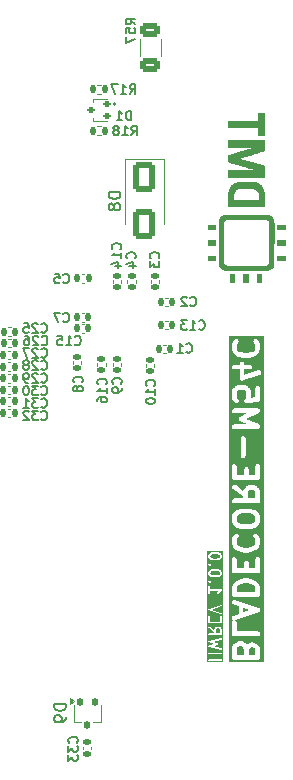
<source format=gbr>
%TF.GenerationSoftware,KiCad,Pcbnew,9.0.7*%
%TF.CreationDate,2026-02-19T00:24:31+01:00*%
%TF.ProjectId,BladeCore-M54C,426c6164-6543-46f7-9265-2d4d3534432e,rev?*%
%TF.SameCoordinates,Original*%
%TF.FileFunction,Legend,Bot*%
%TF.FilePolarity,Positive*%
%FSLAX46Y46*%
G04 Gerber Fmt 4.6, Leading zero omitted, Abs format (unit mm)*
G04 Created by KiCad (PCBNEW 9.0.7) date 2026-02-19 00:24:31*
%MOMM*%
%LPD*%
G01*
G04 APERTURE LIST*
G04 Aperture macros list*
%AMRoundRect*
0 Rectangle with rounded corners*
0 $1 Rounding radius*
0 $2 $3 $4 $5 $6 $7 $8 $9 X,Y pos of 4 corners*
0 Add a 4 corners polygon primitive as box body*
4,1,4,$2,$3,$4,$5,$6,$7,$8,$9,$2,$3,0*
0 Add four circle primitives for the rounded corners*
1,1,$1+$1,$2,$3*
1,1,$1+$1,$4,$5*
1,1,$1+$1,$6,$7*
1,1,$1+$1,$8,$9*
0 Add four rect primitives between the rounded corners*
20,1,$1+$1,$2,$3,$4,$5,0*
20,1,$1+$1,$4,$5,$6,$7,0*
20,1,$1+$1,$6,$7,$8,$9,0*
20,1,$1+$1,$8,$9,$2,$3,0*%
G04 Aperture macros list end*
%ADD10C,0.000000*%
%ADD11C,0.150000*%
%ADD12C,0.400000*%
%ADD13C,0.120000*%
%ADD14C,0.650000*%
%ADD15O,1.000000X2.100000*%
%ADD16O,1.000000X1.600000*%
%ADD17RoundRect,0.050000X-0.175000X-1.250000X0.175000X-1.250000X0.175000X1.250000X-0.175000X1.250000X0*%
%ADD18C,5.500000*%
%ADD19C,0.425000*%
%ADD20RoundRect,0.140000X-0.170000X0.140000X-0.170000X-0.140000X0.170000X-0.140000X0.170000X0.140000X0*%
%ADD21RoundRect,0.140000X0.170000X-0.140000X0.170000X0.140000X-0.170000X0.140000X-0.170000X-0.140000X0*%
%ADD22RoundRect,0.140000X-0.140000X-0.170000X0.140000X-0.170000X0.140000X0.170000X-0.140000X0.170000X0*%
%ADD23RoundRect,0.140000X0.140000X0.170000X-0.140000X0.170000X-0.140000X-0.170000X0.140000X-0.170000X0*%
%ADD24RoundRect,0.125000X0.175000X0.125000X-0.175000X0.125000X-0.175000X-0.125000X0.175000X-0.125000X0*%
%ADD25RoundRect,0.135000X-0.135000X-0.185000X0.135000X-0.185000X0.135000X0.185000X-0.135000X0.185000X0*%
%ADD26RoundRect,0.250000X-0.650000X1.000000X-0.650000X-1.000000X0.650000X-1.000000X0.650000X1.000000X0*%
%ADD27RoundRect,0.250000X-0.625000X0.312500X-0.625000X-0.312500X0.625000X-0.312500X0.625000X0.312500X0*%
%ADD28RoundRect,0.112500X-0.112500X-0.237500X0.112500X-0.237500X0.112500X0.237500X-0.112500X0.237500X0*%
G04 APERTURE END LIST*
D10*
G36*
X22471140Y56680216D02*
G01*
X21788515Y56680216D01*
X21788515Y57148528D01*
X22471140Y57148528D01*
X22471140Y56680216D01*
G37*
G36*
X23502487Y60634090D02*
G01*
X23589471Y60634100D01*
X23719429Y60634069D01*
X23938547Y60634058D01*
X24156682Y60633998D01*
X24170410Y60633998D01*
X24225616Y60633999D01*
X24743243Y60633907D01*
X25202701Y60633826D01*
X25232175Y60633826D01*
X25246897Y60633826D01*
X25320303Y60633827D01*
X25334936Y60633828D01*
X25720705Y60633789D01*
X25734598Y60633787D01*
X25789905Y60633776D01*
X25981032Y60633753D01*
X26228603Y60633702D01*
X26348167Y60633669D01*
X26547312Y60633536D01*
X26646881Y60632924D01*
X26746444Y60631570D01*
X26759841Y60631318D01*
X26796858Y60630603D01*
X26807882Y60630357D01*
X26817093Y60630163D01*
X26826298Y60629916D01*
X26835501Y60629581D01*
X26844702Y60629121D01*
X26873512Y60625601D01*
X26902127Y60620822D01*
X26930486Y60614791D01*
X26958528Y60607515D01*
X26986191Y60599000D01*
X27013415Y60589253D01*
X27040137Y60578278D01*
X27066298Y60566084D01*
X27091834Y60552675D01*
X27116686Y60538059D01*
X27140792Y60522242D01*
X27164090Y60505229D01*
X27186520Y60487028D01*
X27208019Y60467644D01*
X27228528Y60447085D01*
X27247984Y60425355D01*
X27253483Y60418778D01*
X27276486Y60389602D01*
X27297232Y60359511D01*
X27315825Y60328566D01*
X27332372Y60296829D01*
X27346978Y60264363D01*
X27359749Y60231229D01*
X27370790Y60197489D01*
X27380207Y60163206D01*
X27388106Y60128442D01*
X27394591Y60093258D01*
X27399768Y60057717D01*
X27403744Y60021880D01*
X27406623Y59985811D01*
X27408511Y59949569D01*
X27409514Y59913219D01*
X27409737Y59876822D01*
X27409693Y59837412D01*
X27409665Y59767611D01*
X27409550Y59662641D01*
X27409391Y59472170D01*
X27409190Y59302912D01*
X27409174Y59280016D01*
X27409150Y59245389D01*
X27408404Y58664761D01*
X27408126Y58494586D01*
X27406649Y57682287D01*
X27406440Y57578777D01*
X27405771Y57264697D01*
X27405706Y57237470D01*
X27405674Y57223988D01*
X27405475Y57133029D01*
X27404420Y56818414D01*
X27404235Y56783349D01*
X27403269Y56637597D01*
X27402910Y56591692D01*
X27402477Y56531431D01*
X27402053Y56501302D01*
X27401380Y56471178D01*
X27399983Y56444209D01*
X27397571Y56417073D01*
X27394119Y56389863D01*
X27389600Y56362676D01*
X27383987Y56335606D01*
X27377253Y56308749D01*
X27369371Y56282199D01*
X27360315Y56256052D01*
X27350058Y56230402D01*
X27338573Y56205346D01*
X27325834Y56180977D01*
X27311813Y56157391D01*
X27296485Y56134684D01*
X27279821Y56112949D01*
X27261796Y56092283D01*
X27242383Y56072780D01*
X27233640Y56065059D01*
X27201544Y56038117D01*
X27168784Y56013704D01*
X27135368Y55991710D01*
X27101302Y55972030D01*
X27066595Y55954555D01*
X27031252Y55939177D01*
X26995281Y55925788D01*
X26958690Y55914282D01*
X26921486Y55904549D01*
X26883676Y55896484D01*
X26845267Y55889977D01*
X26806266Y55884921D01*
X26766681Y55881209D01*
X26726519Y55878732D01*
X26685787Y55877384D01*
X26644493Y55877055D01*
X26603835Y55877099D01*
X26531704Y55877127D01*
X26422899Y55877243D01*
X26224631Y55877402D01*
X26048296Y55877603D01*
X26024445Y55877619D01*
X25988342Y55877643D01*
X25387304Y55878365D01*
X25167892Y55878690D01*
X24302724Y55880068D01*
X24268671Y55880128D01*
X24260163Y55880144D01*
X24132246Y55880367D01*
X23778079Y55881022D01*
X23626146Y55881318D01*
X23518395Y55881525D01*
X23498324Y55881563D01*
X23433515Y55881701D01*
X23373957Y55881809D01*
X23352097Y55881869D01*
X23325683Y55881931D01*
X23299275Y55882154D01*
X23272871Y55882632D01*
X23246470Y55883463D01*
X23236604Y55883885D01*
X23231277Y55884123D01*
X23226027Y55884473D01*
X23220848Y55884933D01*
X23215729Y55885503D01*
X23210663Y55886178D01*
X23205640Y55886959D01*
X23200654Y55887842D01*
X23195695Y55888825D01*
X23185826Y55891087D01*
X23175965Y55893727D01*
X23166045Y55896730D01*
X23156000Y55900081D01*
X23148230Y55903147D01*
X23139229Y55906658D01*
X23129696Y55910332D01*
X23120133Y55913929D01*
X23099212Y55922004D01*
X23078648Y55930618D01*
X23058451Y55939779D01*
X23038631Y55949499D01*
X23019200Y55959789D01*
X23000166Y55970658D01*
X22981540Y55982117D01*
X22963334Y55994177D01*
X22945556Y56006848D01*
X22928217Y56020141D01*
X22911328Y56034066D01*
X22894899Y56048634D01*
X22878940Y56063855D01*
X22863461Y56079740D01*
X22848473Y56096299D01*
X22833986Y56113543D01*
X22828327Y56120622D01*
X22819548Y56131862D01*
X22811041Y56143303D01*
X22802812Y56154938D01*
X22794867Y56166763D01*
X22787212Y56178771D01*
X22779853Y56190958D01*
X22772796Y56203317D01*
X22766047Y56215845D01*
X22759612Y56228534D01*
X22753496Y56241379D01*
X22747707Y56254376D01*
X22742249Y56267518D01*
X22737129Y56280800D01*
X22732352Y56294217D01*
X22727926Y56307763D01*
X22723854Y56321433D01*
X22721171Y56330966D01*
X22715108Y56352286D01*
X22710558Y56370056D01*
X22708785Y56378367D01*
X22707311Y56386700D01*
X22706111Y56395358D01*
X22705158Y56404644D01*
X22703889Y56426314D01*
X22703294Y56454133D01*
X22703292Y56537926D01*
X22703329Y56593755D01*
X22703328Y56691848D01*
X22703417Y56838561D01*
X22703481Y57085610D01*
X22703634Y57331372D01*
X22703635Y57346805D01*
X22703641Y57408856D01*
X22703666Y57590204D01*
X22703668Y57598189D01*
X22703875Y57982338D01*
X22704123Y58516785D01*
X22704126Y58533427D01*
X22704141Y58616433D01*
X22704142Y58624710D01*
X22704149Y58666015D01*
X22704308Y59184487D01*
X22704366Y59338330D01*
X22704525Y59663480D01*
X22704606Y59798027D01*
X22704633Y59846079D01*
X23124474Y59846079D01*
X23124510Y59837670D01*
X23124513Y59829260D01*
X23124475Y59805741D01*
X23124511Y59782222D01*
X23124555Y59730650D01*
X23124583Y59640148D01*
X23124698Y59504954D01*
X23124857Y59263910D01*
X23125062Y59052333D01*
X23125079Y59024007D01*
X23125105Y58981332D01*
X23125833Y58316710D01*
X23126102Y58123467D01*
X23127259Y57420280D01*
X23127610Y57235416D01*
X23128105Y56996460D01*
X23128363Y56881480D01*
X23128566Y56785724D01*
X23128695Y56737406D01*
X23128777Y56693146D01*
X23128847Y56676911D01*
X23129032Y56658970D01*
X23129670Y56641064D01*
X23130803Y56623223D01*
X23132472Y56605474D01*
X23134718Y56587848D01*
X23137583Y56570373D01*
X23141108Y56553078D01*
X23145334Y56535991D01*
X23150303Y56519141D01*
X23156055Y56502558D01*
X23162633Y56486269D01*
X23170077Y56470305D01*
X23178429Y56454693D01*
X23187729Y56439463D01*
X23198020Y56424644D01*
X23209343Y56410263D01*
X23225769Y56395016D01*
X23242668Y56381336D01*
X23260021Y56369143D01*
X23277809Y56358357D01*
X23296015Y56348897D01*
X23314618Y56340685D01*
X23333600Y56333641D01*
X23352942Y56327684D01*
X23372626Y56322735D01*
X23392633Y56318715D01*
X23412943Y56315542D01*
X23433539Y56313138D01*
X23454400Y56311423D01*
X23475509Y56310317D01*
X23496847Y56309740D01*
X23518395Y56309612D01*
X23561732Y56309638D01*
X23637898Y56309633D01*
X23751878Y56309693D01*
X23944036Y56309731D01*
X24135809Y56309837D01*
X24147880Y56309838D01*
X24196429Y56309840D01*
X24639279Y56309997D01*
X25055811Y56310167D01*
X25068710Y56310168D01*
X25120216Y56310174D01*
X25145903Y56310176D01*
X25171540Y56310179D01*
X25584243Y56310286D01*
X25704305Y56310325D01*
X26120428Y56310403D01*
X26536545Y56312222D01*
X26570677Y56312481D01*
X26596456Y56312645D01*
X26622235Y56312878D01*
X26640641Y56313088D01*
X26656132Y56313309D01*
X26671399Y56313879D01*
X26686499Y56314839D01*
X26701483Y56316233D01*
X26716407Y56318103D01*
X26731325Y56320492D01*
X26746291Y56323442D01*
X26761358Y56326997D01*
X26774801Y56331892D01*
X26787717Y56337366D01*
X26800121Y56343407D01*
X26812026Y56350004D01*
X26823447Y56357144D01*
X26834396Y56364817D01*
X26844887Y56373010D01*
X26854934Y56381713D01*
X26864550Y56390914D01*
X26873750Y56400601D01*
X26882546Y56410763D01*
X26890953Y56421388D01*
X26898983Y56432465D01*
X26906651Y56443982D01*
X26913970Y56455928D01*
X26920954Y56468292D01*
X26925069Y56476073D01*
X26936275Y56509008D01*
X26944682Y56535051D01*
X26947956Y56546239D01*
X26950673Y56556605D01*
X26952883Y56566450D01*
X26954632Y56576075D01*
X26955970Y56585779D01*
X26956944Y56595863D01*
X26957602Y56606628D01*
X26957992Y56618374D01*
X26958160Y56646010D01*
X26957832Y56681176D01*
X26957777Y56702820D01*
X26957794Y56724464D01*
X26957796Y56800597D01*
X26957706Y56914465D01*
X26957642Y57106520D01*
X26957489Y57298182D01*
X26957488Y57310254D01*
X26957482Y57358813D01*
X26957255Y57801676D01*
X26957001Y58217979D01*
X26956999Y58230867D01*
X26956984Y58295171D01*
X26956981Y58307999D01*
X26956976Y58333617D01*
X26956816Y58746370D01*
X26956757Y58866393D01*
X26956524Y59290393D01*
X26954500Y59714386D01*
X26954187Y59751603D01*
X26953694Y59808239D01*
X26953469Y59828526D01*
X26953232Y59846764D01*
X26952705Y59864906D01*
X26951783Y59882959D01*
X26950360Y59900933D01*
X26948333Y59918835D01*
X26947060Y59927762D01*
X26945597Y59936675D01*
X26943931Y59945574D01*
X26942048Y59954461D01*
X26939936Y59963336D01*
X26937581Y59972200D01*
X26935239Y59979983D01*
X26932076Y59990106D01*
X26928686Y60000045D01*
X26925063Y60009825D01*
X26921195Y60019474D01*
X26917074Y60029017D01*
X26912691Y60038481D01*
X26908037Y60047894D01*
X26903102Y60057281D01*
X26896296Y60069528D01*
X26893241Y60075742D01*
X26890012Y60081437D01*
X26886603Y60086652D01*
X26883009Y60091429D01*
X26879227Y60095806D01*
X26875249Y60099825D01*
X26871073Y60103526D01*
X26866692Y60106948D01*
X26862102Y60110133D01*
X26857298Y60113119D01*
X26852274Y60115949D01*
X26847027Y60118660D01*
X26841550Y60121295D01*
X26835839Y60123892D01*
X26823696Y60129137D01*
X26816711Y60132063D01*
X26809755Y60135033D01*
X26802830Y60138072D01*
X26795936Y60141204D01*
X26786911Y60145481D01*
X26777873Y60149731D01*
X26769048Y60153864D01*
X26759365Y60158339D01*
X26749674Y60162435D01*
X26739966Y60166163D01*
X26730236Y60169532D01*
X26720475Y60172554D01*
X26710677Y60175239D01*
X26700835Y60177597D01*
X26690942Y60179639D01*
X26680990Y60181376D01*
X26670973Y60182818D01*
X26660883Y60183975D01*
X26650714Y60184858D01*
X26640458Y60185478D01*
X26630108Y60185844D01*
X26619657Y60185969D01*
X26609098Y60185861D01*
X26599176Y60185678D01*
X26589255Y60185542D01*
X26545720Y60185070D01*
X26511210Y60184669D01*
X26476698Y60184460D01*
X26464927Y60184433D01*
X26440848Y60184377D01*
X26377272Y60184173D01*
X26350348Y60184063D01*
X26336544Y60184007D01*
X26263128Y60183719D01*
X26224018Y60183568D01*
X26216047Y60183537D01*
X26133937Y60183218D01*
X25766352Y60181820D01*
X25756784Y60181785D01*
X25099661Y60179676D01*
X25088639Y60179645D01*
X24901209Y60179126D01*
X23690289Y60175157D01*
X23611983Y60174822D01*
X23520094Y60174419D01*
X23475096Y60174191D01*
X23434812Y60174020D01*
X23420288Y60173918D01*
X23408868Y60173787D01*
X23397726Y60173391D01*
X23386842Y60172703D01*
X23376198Y60171698D01*
X23365773Y60170351D01*
X23355547Y60168636D01*
X23345501Y60166528D01*
X23335615Y60164002D01*
X23325868Y60161032D01*
X23316242Y60157593D01*
X23306716Y60153659D01*
X23297271Y60149205D01*
X23287886Y60144205D01*
X23278542Y60138635D01*
X23269219Y60132468D01*
X23259898Y60125679D01*
X23249015Y60117153D01*
X23234428Y60106125D01*
X23227189Y60100515D01*
X23220086Y60094748D01*
X23216610Y60091784D01*
X23213195Y60088756D01*
X23209852Y60085654D01*
X23206590Y60082469D01*
X23203418Y60079194D01*
X23200346Y60075819D01*
X23197382Y60072337D01*
X23194537Y60068737D01*
X23189484Y60061590D01*
X23180837Y60049291D01*
X23172888Y60036874D01*
X23165617Y60024330D01*
X23159007Y60011652D01*
X23153039Y59998832D01*
X23147694Y59985860D01*
X23142954Y59972730D01*
X23138801Y59959433D01*
X23135215Y59945961D01*
X23132180Y59932306D01*
X23129675Y59918460D01*
X23127684Y59904415D01*
X23126186Y59890162D01*
X23125164Y59875694D01*
X23124600Y59861002D01*
X23124474Y59846079D01*
X22704633Y59846079D01*
X22704668Y59910336D01*
X22704712Y59966989D01*
X22704735Y60019019D01*
X22704764Y60037997D01*
X22704795Y60072337D01*
X22705063Y60089507D01*
X22705675Y60106655D01*
X22706766Y60123760D01*
X22708469Y60140807D01*
X22709591Y60149302D01*
X22710916Y60157775D01*
X22712461Y60166225D01*
X22714241Y60174648D01*
X22716210Y60182637D01*
X22721160Y60201142D01*
X22726907Y60219669D01*
X22733417Y60238171D01*
X22740657Y60256598D01*
X22748592Y60274904D01*
X22757187Y60293041D01*
X22766410Y60310959D01*
X22776225Y60328612D01*
X22786599Y60345951D01*
X22797497Y60362927D01*
X22808885Y60379494D01*
X22820729Y60395603D01*
X22832995Y60411206D01*
X22845649Y60426254D01*
X22858657Y60440700D01*
X22871983Y60454497D01*
X22902483Y60482523D01*
X22934019Y60507537D01*
X22966534Y60529704D01*
X22999973Y60549189D01*
X23034281Y60566158D01*
X23069401Y60580776D01*
X23105279Y60593210D01*
X23141857Y60603624D01*
X23179082Y60612185D01*
X23216897Y60619057D01*
X23255246Y60624406D01*
X23294074Y60628398D01*
X23333325Y60631198D01*
X23372944Y60632972D01*
X23453061Y60634104D01*
X23502487Y60634090D01*
G37*
G36*
X26586734Y65990903D02*
G01*
X26572890Y65985753D01*
X26559201Y65980844D01*
X26552345Y65978500D01*
X26545445Y65976242D01*
X26538471Y65974076D01*
X26531397Y65972013D01*
X26522922Y65969671D01*
X26493821Y65961536D01*
X26472753Y65955662D01*
X26427716Y65943067D01*
X26319127Y65912692D01*
X26282561Y65902445D01*
X26087251Y65847274D01*
X26072532Y65843067D01*
X25936975Y65803999D01*
X25801538Y65764515D01*
X25673008Y65727140D01*
X25544344Y65690225D01*
X25356198Y65636229D01*
X25168252Y65581539D01*
X25049957Y65546978D01*
X24974099Y65524850D01*
X24921363Y65509462D01*
X24733638Y65454556D01*
X24686872Y65440221D01*
X24640273Y65425394D01*
X24593895Y65409950D01*
X24547787Y65393767D01*
X24529595Y65387236D01*
X24475358Y65367809D01*
X24540560Y65352093D01*
X24605575Y65335753D01*
X24670439Y65318825D01*
X24735190Y65301347D01*
X24786588Y65287300D01*
X24873566Y65263563D01*
X25079052Y65207553D01*
X25089026Y65204842D01*
X25243672Y65163011D01*
X25398438Y65121628D01*
X25408263Y65119018D01*
X25620718Y65062921D01*
X25721724Y65036279D01*
X25822496Y65008989D01*
X25922992Y64980707D01*
X26023171Y64951090D01*
X26054606Y64941573D01*
X26086077Y64932172D01*
X26095104Y64929510D01*
X26124645Y64920985D01*
X26154267Y64912852D01*
X26183998Y64905125D01*
X26213865Y64897816D01*
X26228151Y64894458D01*
X26264377Y64885929D01*
X26300652Y64877608D01*
X26349054Y64866461D01*
X26370653Y64860843D01*
X26394988Y64853863D01*
X26465274Y64831821D01*
X26586734Y64792340D01*
X26586734Y63776340D01*
X23455390Y63776340D01*
X23455390Y64391497D01*
X23548953Y64394698D01*
X23595702Y64395846D01*
X23642509Y64396468D01*
X23667321Y64396645D01*
X23736538Y64397166D01*
X23811884Y64397723D01*
X23951213Y64398763D01*
X24089446Y64399779D01*
X24098158Y64399844D01*
X24141980Y64400176D01*
X24451496Y64402478D01*
X24752423Y64404705D01*
X24761819Y64404775D01*
X24855299Y64405476D01*
X25045891Y64406901D01*
X25054747Y64406967D01*
X25632903Y64411244D01*
X25646140Y64411340D01*
X25623726Y64425001D01*
X25605913Y64435441D01*
X25598195Y64439657D01*
X25590981Y64443311D01*
X25584057Y64446486D01*
X25577209Y64449262D01*
X25570219Y64451722D01*
X25562874Y64453946D01*
X25554959Y64456016D01*
X25546258Y64458013D01*
X25525639Y64462115D01*
X25499296Y64466902D01*
X25499296Y64458966D01*
X25494041Y64458969D01*
X25489995Y64458995D01*
X25488339Y64459023D01*
X25486881Y64459065D01*
X25485586Y64459123D01*
X25484420Y64459200D01*
X25483348Y64459300D01*
X25482335Y64459424D01*
X25481345Y64459576D01*
X25480345Y64459758D01*
X25479300Y64459973D01*
X25478174Y64460224D01*
X25475543Y64460844D01*
X25466769Y64463628D01*
X25456132Y64466951D01*
X25442667Y64471176D01*
X25429186Y64475351D01*
X25386285Y64488572D01*
X25367031Y64494520D01*
X25325853Y64507238D01*
X25260445Y64527435D01*
X25249406Y64530842D01*
X25227369Y64537643D01*
X25097530Y64577735D01*
X24887938Y64642114D01*
X24782893Y64673476D01*
X24677545Y64703805D01*
X24614357Y64721612D01*
X24606327Y64723879D01*
X24549540Y64740159D01*
X24492944Y64756952D01*
X24436537Y64774372D01*
X24380317Y64792537D01*
X24366714Y64797053D01*
X24339466Y64806098D01*
X24325990Y64810573D01*
X24312640Y64815006D01*
X24177194Y64857666D01*
X24084328Y64886223D01*
X23991099Y64913580D01*
X23854559Y64952641D01*
X23652521Y65010850D01*
X23607939Y65023768D01*
X23475233Y65062215D01*
X23475233Y65669434D01*
X23503868Y65677240D01*
X23532464Y65685181D01*
X23544063Y65688543D01*
X23557594Y65692464D01*
X23571910Y65696626D01*
X23628410Y65713076D01*
X23636960Y65715571D01*
X23757142Y65751023D01*
X23817121Y65769115D01*
X23877008Y65787533D01*
X24014535Y65829635D01*
X24152372Y65870585D01*
X24290484Y65910600D01*
X24428834Y65949902D01*
X24596385Y65997136D01*
X24606823Y66000080D01*
X24971199Y66103487D01*
X25011702Y66115045D01*
X25137742Y66151066D01*
X25263582Y66187775D01*
X25291733Y66196139D01*
X25325522Y66206152D01*
X25359281Y66216267D01*
X25398121Y66227870D01*
X25417501Y66233332D01*
X25436927Y66238441D01*
X25456453Y66243103D01*
X25476134Y66247224D01*
X25496023Y66250708D01*
X25516174Y66253461D01*
X25528143Y66254834D01*
X25540359Y66256458D01*
X25546490Y66257437D01*
X25552601Y66258566D01*
X25558663Y66259876D01*
X25564648Y66261394D01*
X25570529Y66263151D01*
X25576278Y66265176D01*
X25581867Y66267498D01*
X25587270Y66270146D01*
X25592457Y66273150D01*
X25594961Y66274795D01*
X25597402Y66276539D01*
X25599774Y66278388D01*
X25602076Y66280343D01*
X25604303Y66282409D01*
X25606452Y66284590D01*
X25346584Y66288747D01*
X25086692Y66291063D01*
X24963963Y66291974D01*
X24743224Y66293629D01*
X24729975Y66293727D01*
X24676848Y66294120D01*
X24531204Y66295199D01*
X24518046Y66295296D01*
X24297285Y66296953D01*
X24173840Y66297876D01*
X23761983Y66301390D01*
X23749911Y66301526D01*
X23506984Y66304434D01*
X23506984Y66955309D01*
X26586734Y66955309D01*
X26586734Y65990903D01*
G37*
G36*
X27848261Y59796219D02*
G01*
X27944916Y59796209D01*
X28057706Y59796202D01*
X28155116Y59796223D01*
X28213111Y59796217D01*
X28268655Y59796219D01*
X28289048Y59796198D01*
X28317613Y59796207D01*
X28326160Y59796188D01*
X28332828Y59796164D01*
X28339497Y59796083D01*
X28346164Y59795929D01*
X28352827Y59795684D01*
X28354138Y59794359D01*
X28354670Y59793793D01*
X28355129Y59793269D01*
X28355521Y59792769D01*
X28355853Y59792276D01*
X28356130Y59791774D01*
X28356361Y59791244D01*
X28356550Y59790670D01*
X28356706Y59790035D01*
X28356833Y59789321D01*
X28356940Y59788512D01*
X28357032Y59787590D01*
X28357115Y59786538D01*
X28357284Y59783975D01*
X28357273Y59773610D01*
X28357290Y59761778D01*
X28357246Y59748640D01*
X28357215Y59704855D01*
X28357175Y59675874D01*
X28357153Y59632647D01*
X28357044Y59559296D01*
X28356796Y59327372D01*
X27658296Y59327372D01*
X27658048Y59559296D01*
X27657920Y59662103D01*
X27657908Y59689753D01*
X27657844Y59734691D01*
X27657845Y59748640D01*
X27657802Y59761778D01*
X27657819Y59773610D01*
X27657837Y59778139D01*
X27657912Y59782667D01*
X27658060Y59787194D01*
X27658296Y59791716D01*
X27659628Y59793026D01*
X27660210Y59793559D01*
X27660766Y59794018D01*
X27661319Y59794410D01*
X27661890Y59794741D01*
X27662501Y59795020D01*
X27663176Y59795250D01*
X27663937Y59795441D01*
X27664805Y59795597D01*
X27665803Y59795725D01*
X27666954Y59795833D01*
X27669802Y59796011D01*
X27673527Y59796184D01*
X27688932Y59796188D01*
X27716117Y59796211D01*
X27736118Y59796205D01*
X27790452Y59796225D01*
X27848261Y59796219D01*
G37*
G36*
X25494335Y64474824D02*
G01*
X25495596Y64474788D01*
X25496753Y64474716D01*
X25497840Y64474598D01*
X25498893Y64474421D01*
X25499945Y64474175D01*
X25501032Y64473848D01*
X25502189Y64473427D01*
X25503451Y64472902D01*
X25504852Y64472260D01*
X25506427Y64471491D01*
X25510241Y64469522D01*
X25515171Y64466902D01*
X25499296Y64466902D01*
X25499296Y64458966D01*
X25494033Y64458981D01*
X25491857Y64459018D01*
X25489932Y64459090D01*
X25488216Y64459208D01*
X25486669Y64459384D01*
X25485249Y64459630D01*
X25484575Y64459783D01*
X25483917Y64459958D01*
X25483271Y64460155D01*
X25482631Y64460378D01*
X25481993Y64460627D01*
X25481351Y64460903D01*
X25480036Y64461545D01*
X25478646Y64462314D01*
X25477139Y64463223D01*
X25475476Y64464282D01*
X25471515Y64466902D01*
X25491358Y64466902D01*
X25491358Y64474840D01*
X25494335Y64474824D01*
G37*
G36*
X26586734Y67264871D02*
G01*
X26019202Y67264871D01*
X26019202Y67959403D01*
X23506984Y67959403D01*
X23506984Y68578527D01*
X26019202Y68578527D01*
X26019202Y69253214D01*
X26586734Y69253214D01*
X26586734Y67264871D01*
G37*
G36*
X24800075Y63395181D02*
G01*
X24969464Y63394507D01*
X25133190Y63393838D01*
X25143400Y63393803D01*
X25153597Y63393767D01*
X25173944Y63393697D01*
X25184090Y63393661D01*
X25342282Y63393057D01*
X25399056Y63392837D01*
X25489463Y63392470D01*
X25523212Y63392312D01*
X25612850Y63391657D01*
X25657659Y63390933D01*
X25702469Y63389827D01*
X25710873Y63389576D01*
X25728250Y63389089D01*
X25745621Y63388509D01*
X25762980Y63387679D01*
X25771652Y63387122D01*
X25780317Y63386444D01*
X25825271Y63380242D01*
X25869040Y63371637D01*
X25911645Y63360708D01*
X25953104Y63347538D01*
X25993439Y63332207D01*
X26032669Y63314798D01*
X26070814Y63295393D01*
X26107893Y63274071D01*
X26143928Y63250916D01*
X26178937Y63226008D01*
X26212941Y63199429D01*
X26245959Y63171261D01*
X26278012Y63141584D01*
X26309119Y63110482D01*
X26339300Y63078034D01*
X26368576Y63044323D01*
X26380358Y63030216D01*
X26392308Y63015983D01*
X26404004Y63001677D01*
X26415418Y62987239D01*
X26426519Y62972613D01*
X26437277Y62957740D01*
X26447662Y62942563D01*
X26457645Y62927024D01*
X26467194Y62911065D01*
X26471640Y62903215D01*
X26509630Y62833535D01*
X26525000Y62800000D01*
X26538178Y62764226D01*
X26549334Y62723882D01*
X26558634Y62676636D01*
X26572347Y62552118D01*
X26580664Y62372019D01*
X26584935Y62117692D01*
X26586734Y61311747D01*
X26070796Y61311747D01*
X23491109Y61311747D01*
X23485170Y61450919D01*
X23478641Y61590053D01*
X23464154Y61882799D01*
X23460234Y62030797D01*
X23460917Y62132603D01*
X23982685Y62132603D01*
X23983501Y62086722D01*
X23985311Y62035193D01*
X23991171Y61911028D01*
X26070796Y61911028D01*
X26073295Y62138551D01*
X26072968Y62196644D01*
X26071430Y62254565D01*
X26068264Y62311986D01*
X26063055Y62368579D01*
X26061618Y62379837D01*
X26059261Y62396433D01*
X26056408Y62412558D01*
X26053042Y62428239D01*
X26049148Y62443501D01*
X26044708Y62458369D01*
X26039707Y62472870D01*
X26034127Y62487030D01*
X26027951Y62500874D01*
X26021164Y62514428D01*
X26013749Y62527717D01*
X26005689Y62540768D01*
X25996967Y62553606D01*
X25987568Y62566258D01*
X25977474Y62578748D01*
X25966669Y62591103D01*
X25955136Y62603348D01*
X25924671Y62632205D01*
X25893742Y62658062D01*
X25862317Y62681078D01*
X25830364Y62701411D01*
X25797854Y62719219D01*
X25764753Y62734660D01*
X25731030Y62747892D01*
X25696654Y62759073D01*
X25661594Y62768361D01*
X25625817Y62775915D01*
X25589292Y62781893D01*
X25551988Y62786452D01*
X25513874Y62789750D01*
X25474917Y62791947D01*
X25435086Y62793199D01*
X25394350Y62793665D01*
X25338381Y62793905D01*
X25243529Y62794340D01*
X25111202Y62794918D01*
X24850595Y62795967D01*
X24811197Y62796090D01*
X24719285Y62796351D01*
X24690353Y62796400D01*
X24635492Y62796522D01*
X24608012Y62796360D01*
X24580529Y62795889D01*
X24553066Y62794990D01*
X24525644Y62793542D01*
X24498286Y62791426D01*
X24471015Y62788522D01*
X24460972Y62787129D01*
X24429592Y62782303D01*
X24398312Y62776329D01*
X24382755Y62772866D01*
X24367277Y62769062D01*
X24351896Y62764899D01*
X24336630Y62760361D01*
X24321498Y62755428D01*
X24306517Y62750082D01*
X24291705Y62744307D01*
X24277080Y62738084D01*
X24262661Y62731396D01*
X24248465Y62724224D01*
X24234511Y62716551D01*
X24220816Y62708359D01*
X24209452Y62700809D01*
X24197938Y62693180D01*
X24186709Y62685449D01*
X24175778Y62677520D01*
X24170430Y62673451D01*
X24165162Y62669296D01*
X24159976Y62665043D01*
X24154875Y62660680D01*
X24149859Y62656195D01*
X24144932Y62651575D01*
X24140094Y62646809D01*
X24135348Y62641884D01*
X24130696Y62636789D01*
X24126140Y62631511D01*
X24118171Y62621434D01*
X24070143Y62509722D01*
X24050783Y62463084D01*
X24034278Y62421205D01*
X24020442Y62383044D01*
X24009088Y62347560D01*
X24000031Y62313713D01*
X23993085Y62280462D01*
X23988063Y62246766D01*
X23984780Y62211584D01*
X23983049Y62173877D01*
X23982685Y62132603D01*
X23460917Y62132603D01*
X23461227Y62178891D01*
X23464198Y62252744D01*
X23469156Y62326344D01*
X23476353Y62399598D01*
X23486043Y62472415D01*
X23498479Y62544701D01*
X23513912Y62616365D01*
X23532598Y62687314D01*
X23554787Y62757455D01*
X23558577Y62768278D01*
X23570531Y62801183D01*
X23583409Y62833920D01*
X23597285Y62866350D01*
X23612233Y62898336D01*
X23620132Y62914118D01*
X23628327Y62929738D01*
X23636827Y62945176D01*
X23645641Y62960417D01*
X23654779Y62975443D01*
X23664249Y62990237D01*
X23674061Y63004780D01*
X23684225Y63019057D01*
X23689546Y63026247D01*
X23699399Y63039632D01*
X23709311Y63052972D01*
X23716087Y63061965D01*
X23721538Y63069100D01*
X23727062Y63076097D01*
X23732679Y63082963D01*
X23738407Y63089707D01*
X23744267Y63096336D01*
X23750277Y63102859D01*
X23756458Y63109283D01*
X23762829Y63115615D01*
X23768921Y63121496D01*
X23778099Y63130923D01*
X23827471Y63175632D01*
X23878345Y63215045D01*
X23930643Y63249494D01*
X23984289Y63279307D01*
X24039208Y63304815D01*
X24095323Y63326347D01*
X24152557Y63344233D01*
X24210835Y63358803D01*
X24270081Y63370386D01*
X24330218Y63379314D01*
X24391169Y63385915D01*
X24452860Y63390519D01*
X24515213Y63393456D01*
X24578152Y63395057D01*
X24705486Y63395566D01*
X24800075Y63395181D01*
G37*
G36*
X28356796Y58001809D02*
G01*
X27658296Y58001809D01*
X27658296Y58489965D01*
X28356796Y58489965D01*
X28356796Y58001809D01*
G37*
G36*
X26356546Y54862528D02*
G01*
X25904109Y54862528D01*
X25904109Y55612622D01*
X26356546Y55612622D01*
X26356546Y54862528D01*
G37*
G36*
X25233390Y54862528D02*
G01*
X24765077Y54862528D01*
X24765077Y55608653D01*
X25233390Y55608653D01*
X25233390Y54862528D01*
G37*
G36*
X22440929Y59796161D02*
G01*
X22447491Y59796144D01*
X22454053Y59796070D01*
X22460614Y59795922D01*
X22467171Y59795684D01*
X22468482Y59794359D01*
X22469014Y59793793D01*
X22469473Y59793269D01*
X22469865Y59792769D01*
X22470197Y59792276D01*
X22470474Y59791774D01*
X22470705Y59791244D01*
X22470894Y59790670D01*
X22471050Y59790035D01*
X22471177Y59789321D01*
X22471284Y59788512D01*
X22471376Y59787590D01*
X22471459Y59786538D01*
X22471628Y59783975D01*
X22471617Y59773610D01*
X22471633Y59761778D01*
X22471590Y59748640D01*
X22471559Y59704855D01*
X22471519Y59675874D01*
X22471497Y59632647D01*
X22471388Y59559296D01*
X22471140Y59327372D01*
X21788515Y59327372D01*
X21788515Y59795684D01*
X22018639Y59795873D01*
X22164624Y59795970D01*
X22272697Y59796055D01*
X22329728Y59796087D01*
X22384362Y59796137D01*
X22404422Y59796135D01*
X22432521Y59796171D01*
X22440929Y59796161D01*
G37*
G36*
X28356796Y56680216D02*
G01*
X27658296Y56680216D01*
X27658296Y57148528D01*
X28356796Y57148528D01*
X28356796Y56680216D01*
G37*
G36*
X22471140Y58001809D02*
G01*
X21788515Y58001809D01*
X21788515Y58489965D01*
X22471140Y58489965D01*
X22471140Y58001809D01*
G37*
G36*
X24074515Y54878403D02*
G01*
X23622077Y54878403D01*
X23622077Y55612622D01*
X24074515Y55612622D01*
X24074515Y54878403D01*
G37*
D11*
G36*
X22740515Y25564426D02*
G01*
X22770922Y25534019D01*
X22805180Y25465503D01*
X22805180Y25177256D01*
X22431371Y25177256D01*
X22431371Y25465503D01*
X22465629Y25534019D01*
X22496036Y25564426D01*
X22564552Y25598684D01*
X22671999Y25598684D01*
X22740515Y25564426D01*
G37*
G36*
X22663528Y30460063D02*
G01*
X22740515Y30421569D01*
X22770922Y30391162D01*
X22805180Y30322646D01*
X22805180Y30262818D01*
X22770922Y30194302D01*
X22740515Y30163895D01*
X22663528Y30125402D01*
X22489994Y30082018D01*
X22270367Y30082018D01*
X22096833Y30125402D01*
X22019846Y30163895D01*
X21989438Y30194303D01*
X21955180Y30262820D01*
X21955180Y30322645D01*
X21989438Y30391162D01*
X22019846Y30421569D01*
X22096833Y30460063D01*
X22270367Y30503446D01*
X22489994Y30503446D01*
X22663528Y30460063D01*
G37*
G36*
X22663528Y31888634D02*
G01*
X22740515Y31850140D01*
X22770922Y31819733D01*
X22805180Y31751217D01*
X22805180Y31691389D01*
X22770922Y31622873D01*
X22740515Y31592466D01*
X22663528Y31553973D01*
X22489994Y31510589D01*
X22270367Y31510589D01*
X22096833Y31553973D01*
X22019846Y31592466D01*
X21989438Y31622874D01*
X21955180Y31691391D01*
X21955180Y31751216D01*
X21989438Y31819733D01*
X22019846Y31850140D01*
X22096833Y31888634D01*
X22270367Y31932017D01*
X22489994Y31932017D01*
X22663528Y31888634D01*
G37*
G36*
X23066291Y22725669D02*
G01*
X21694069Y22725669D01*
X21694069Y23497840D01*
X21806621Y23497840D01*
X21806621Y23468576D01*
X21817820Y23441540D01*
X21838512Y23420848D01*
X21865548Y23409649D01*
X21880180Y23408208D01*
X22328990Y23408208D01*
X22328990Y22986780D01*
X21880180Y22986780D01*
X21865548Y22985339D01*
X21838512Y22974140D01*
X21817820Y22953448D01*
X21806621Y22926412D01*
X21806621Y22897148D01*
X21817820Y22870112D01*
X21838512Y22849420D01*
X21865548Y22838221D01*
X21880180Y22836780D01*
X22880180Y22836780D01*
X22894812Y22838221D01*
X22921848Y22849420D01*
X22942540Y22870112D01*
X22953739Y22897148D01*
X22953739Y22926412D01*
X22942540Y22953448D01*
X22921848Y22974140D01*
X22894812Y22985339D01*
X22880180Y22986780D01*
X22478990Y22986780D01*
X22478990Y23408208D01*
X22880180Y23408208D01*
X22894812Y23409649D01*
X22921848Y23420848D01*
X22942540Y23441540D01*
X22953739Y23468576D01*
X22953739Y23497840D01*
X22942540Y23524876D01*
X22921848Y23545568D01*
X22894812Y23556767D01*
X22880180Y23558208D01*
X21880180Y23558208D01*
X21865548Y23556767D01*
X21838512Y23545568D01*
X21817820Y23524876D01*
X21806621Y23497840D01*
X21694069Y23497840D01*
X21694069Y24480404D01*
X21805232Y24480404D01*
X21807755Y24469806D01*
X21809189Y24459015D01*
X21811117Y24455684D01*
X21812010Y24451936D01*
X21818396Y24443112D01*
X21823851Y24433690D01*
X21826908Y24431350D01*
X21829167Y24428229D01*
X21838442Y24422522D01*
X21847089Y24415903D01*
X21852488Y24413878D01*
X21854089Y24412893D01*
X21855880Y24412606D01*
X21860855Y24410740D01*
X22303386Y24292732D01*
X21860855Y24174724D01*
X21855880Y24172859D01*
X21854089Y24172571D01*
X21852488Y24171587D01*
X21847089Y24169561D01*
X21838442Y24162943D01*
X21829167Y24157235D01*
X21826908Y24154115D01*
X21823851Y24151774D01*
X21818396Y24142353D01*
X21812010Y24133528D01*
X21811117Y24129781D01*
X21809189Y24126449D01*
X21807755Y24115659D01*
X21805232Y24105060D01*
X21805841Y24101257D01*
X21805335Y24097441D01*
X21808140Y24086920D01*
X21809865Y24076165D01*
X21811882Y24072886D01*
X21812875Y24069165D01*
X21819493Y24060519D01*
X21825201Y24051243D01*
X21828321Y24048985D01*
X21830662Y24045927D01*
X21840083Y24040473D01*
X21848908Y24034086D01*
X21854358Y24032208D01*
X21855987Y24031265D01*
X21857788Y24031026D01*
X21862808Y24029296D01*
X22862809Y23791201D01*
X22877376Y23789213D01*
X22906271Y23793846D01*
X22931193Y23809182D01*
X22948350Y23832889D01*
X22955128Y23861357D01*
X22950495Y23890252D01*
X22935159Y23915174D01*
X22911452Y23932331D01*
X22897552Y23937121D01*
X22186696Y24106373D01*
X22613791Y24220264D01*
X22617218Y24221550D01*
X22618660Y24221741D01*
X22620371Y24222732D01*
X22627558Y24225427D01*
X22635417Y24231444D01*
X22643984Y24236403D01*
X22646937Y24240261D01*
X22650795Y24243214D01*
X22655753Y24251779D01*
X22661772Y24259641D01*
X22663024Y24264338D01*
X22665457Y24268539D01*
X22666760Y24278348D01*
X22669312Y24287916D01*
X22668672Y24292732D01*
X22669312Y24297548D01*
X22666760Y24307117D01*
X22665457Y24316925D01*
X22663024Y24321127D01*
X22661772Y24325823D01*
X22655753Y24333686D01*
X22650795Y24342250D01*
X22646937Y24345204D01*
X22643984Y24349061D01*
X22635417Y24354021D01*
X22627558Y24360037D01*
X22620371Y24362733D01*
X22618660Y24363723D01*
X22617218Y24363915D01*
X22613791Y24365200D01*
X22186696Y24479092D01*
X22897552Y24648343D01*
X22911452Y24653133D01*
X22935159Y24670290D01*
X22950495Y24695212D01*
X22955128Y24724107D01*
X22948350Y24752575D01*
X22931193Y24776282D01*
X22906271Y24791618D01*
X22877376Y24796251D01*
X22862809Y24794263D01*
X21862808Y24556168D01*
X21857788Y24554439D01*
X21855987Y24554199D01*
X21854358Y24553257D01*
X21848908Y24551378D01*
X21840083Y24544992D01*
X21830662Y24539537D01*
X21828321Y24536480D01*
X21825201Y24534221D01*
X21819493Y24524946D01*
X21812875Y24516299D01*
X21811882Y24512579D01*
X21809865Y24509299D01*
X21808140Y24498545D01*
X21805335Y24488023D01*
X21805841Y24484208D01*
X21805232Y24480404D01*
X21694069Y24480404D01*
X21694069Y25675309D01*
X21805198Y25675309D01*
X21810283Y25646492D01*
X21826010Y25621813D01*
X21837170Y25612242D01*
X22281371Y25301302D01*
X22281371Y25177256D01*
X21880180Y25177256D01*
X21865548Y25175815D01*
X21838512Y25164616D01*
X21817820Y25143924D01*
X21806621Y25116888D01*
X21806621Y25087624D01*
X21817820Y25060588D01*
X21838512Y25039896D01*
X21865548Y25028697D01*
X21880180Y25027256D01*
X22880180Y25027256D01*
X22894812Y25028697D01*
X22921848Y25039896D01*
X22942540Y25060588D01*
X22953739Y25087624D01*
X22955180Y25102256D01*
X22955180Y25483208D01*
X22953739Y25497840D01*
X22952708Y25500329D01*
X22952517Y25503018D01*
X22947262Y25516749D01*
X22899643Y25611987D01*
X22895678Y25618287D01*
X22894921Y25620114D01*
X22893232Y25622171D01*
X22891811Y25624430D01*
X22890312Y25625730D01*
X22885594Y25631479D01*
X22837975Y25679098D01*
X22832225Y25683817D01*
X22830926Y25685315D01*
X22828666Y25686737D01*
X22826610Y25688425D01*
X22824782Y25689183D01*
X22818483Y25693147D01*
X22723245Y25740766D01*
X22709513Y25746021D01*
X22706825Y25746212D01*
X22704336Y25747243D01*
X22689704Y25748684D01*
X22546847Y25748684D01*
X22532215Y25747243D01*
X22529726Y25746213D01*
X22527037Y25746021D01*
X22513306Y25740766D01*
X22418068Y25693147D01*
X22411768Y25689183D01*
X22409941Y25688425D01*
X22407884Y25686737D01*
X22405625Y25685315D01*
X22404325Y25683817D01*
X22398576Y25679098D01*
X22350957Y25631479D01*
X22346238Y25625730D01*
X22344740Y25624430D01*
X22343318Y25622171D01*
X22341630Y25620114D01*
X22340872Y25618287D01*
X22336908Y25611987D01*
X22289289Y25516749D01*
X22284034Y25503017D01*
X22283843Y25500330D01*
X22282812Y25497840D01*
X22281480Y25484323D01*
X21923190Y25735126D01*
X21910376Y25742337D01*
X21881805Y25748666D01*
X21852988Y25743581D01*
X21828309Y25727854D01*
X21811527Y25703880D01*
X21805198Y25675309D01*
X21694069Y25675309D01*
X21694069Y26578446D01*
X21805180Y26578446D01*
X21805180Y26102256D01*
X21806621Y26087624D01*
X21817820Y26060588D01*
X21838512Y26039896D01*
X21865548Y26028697D01*
X21880180Y26027256D01*
X22880180Y26027256D01*
X22894812Y26028697D01*
X22921848Y26039896D01*
X22942540Y26060588D01*
X22953739Y26087624D01*
X22955180Y26102256D01*
X22955180Y26578446D01*
X22953739Y26593078D01*
X22942540Y26620114D01*
X22921848Y26640806D01*
X22894812Y26652005D01*
X22865548Y26652005D01*
X22838512Y26640806D01*
X22817820Y26620114D01*
X22806621Y26593078D01*
X22805180Y26578446D01*
X22805180Y26177256D01*
X22478990Y26177256D01*
X22478990Y26435589D01*
X22477549Y26450221D01*
X22466350Y26477257D01*
X22445658Y26497949D01*
X22418622Y26509148D01*
X22389358Y26509148D01*
X22362322Y26497949D01*
X22341630Y26477257D01*
X22330431Y26450221D01*
X22328990Y26435589D01*
X22328990Y26177256D01*
X21955180Y26177256D01*
X21955180Y26578446D01*
X21953739Y26593078D01*
X21942540Y26620114D01*
X21921848Y26640806D01*
X21894812Y26652005D01*
X21865548Y26652005D01*
X21838512Y26640806D01*
X21817820Y26620114D01*
X21806621Y26593078D01*
X21805180Y26578446D01*
X21694069Y26578446D01*
X21694069Y27206874D01*
X21805769Y27206874D01*
X21806435Y27197494D01*
X21805769Y27188114D01*
X21807464Y27183029D01*
X21807844Y27177684D01*
X21812048Y27169275D01*
X21815023Y27160351D01*
X21818534Y27156303D01*
X21820930Y27151511D01*
X21828034Y27145349D01*
X21834197Y27138244D01*
X21838988Y27135849D01*
X21843037Y27132337D01*
X21856463Y27126343D01*
X22856463Y26793010D01*
X22870799Y26789750D01*
X22899989Y26791825D01*
X22926163Y26804911D01*
X22945337Y26827019D01*
X22954591Y26854781D01*
X22952516Y26883971D01*
X22939429Y26910144D01*
X22917322Y26929318D01*
X22903897Y26935312D01*
X22117350Y27197494D01*
X22903897Y27459676D01*
X22917322Y27465670D01*
X22939429Y27484844D01*
X22952516Y27511017D01*
X22954591Y27540207D01*
X22945337Y27567969D01*
X22926163Y27590077D01*
X22899989Y27603163D01*
X22870799Y27605238D01*
X22856463Y27601978D01*
X21856463Y27268645D01*
X21843037Y27262651D01*
X21838988Y27259140D01*
X21834197Y27256744D01*
X21828034Y27249640D01*
X21820930Y27243477D01*
X21818534Y27238686D01*
X21815023Y27234637D01*
X21812048Y27225714D01*
X21807844Y27217304D01*
X21807464Y27211960D01*
X21805769Y27206874D01*
X21694069Y27206874D01*
X21694069Y29149875D01*
X21805180Y29149875D01*
X21805180Y28578447D01*
X21806621Y28563815D01*
X21817820Y28536779D01*
X21838512Y28516087D01*
X21865548Y28504888D01*
X21894812Y28504888D01*
X21921848Y28516087D01*
X21942540Y28536779D01*
X21953739Y28563815D01*
X21955180Y28578447D01*
X21955180Y28789161D01*
X22651495Y28789161D01*
X22589052Y28726718D01*
X22584333Y28720969D01*
X22582835Y28719669D01*
X22581413Y28717410D01*
X22579725Y28715353D01*
X22578967Y28713526D01*
X22575003Y28707226D01*
X22527384Y28611988D01*
X22522129Y28598256D01*
X22520055Y28569066D01*
X22529309Y28541305D01*
X22548482Y28519197D01*
X22574657Y28506110D01*
X22603847Y28504036D01*
X22631608Y28513290D01*
X22653716Y28532463D01*
X22661548Y28544906D01*
X22703724Y28629258D01*
X22785103Y28710637D01*
X22921783Y28801757D01*
X22921825Y28801792D01*
X22921848Y28801801D01*
X22921899Y28801853D01*
X22933158Y28811073D01*
X22937289Y28817243D01*
X22942540Y28822493D01*
X22945352Y28829283D01*
X22949441Y28835388D01*
X22950897Y28842669D01*
X22953739Y28849529D01*
X22953739Y28856878D01*
X22955180Y28864082D01*
X22953739Y28871367D01*
X22953739Y28878793D01*
X22950926Y28885582D01*
X22949501Y28892790D01*
X22945381Y28898970D01*
X22942540Y28905829D01*
X22937346Y28911023D01*
X22933269Y28917139D01*
X22927096Y28921273D01*
X22921848Y28926521D01*
X22915060Y28929333D01*
X22908954Y28933422D01*
X22901672Y28934879D01*
X22894812Y28937720D01*
X22880335Y28939146D01*
X22880259Y28939161D01*
X22880232Y28939156D01*
X22880180Y28939161D01*
X21955180Y28939161D01*
X21955180Y29149875D01*
X21953739Y29164507D01*
X21942540Y29191543D01*
X21921848Y29212235D01*
X21894812Y29223434D01*
X21865548Y29223434D01*
X21838512Y29212235D01*
X21817820Y29191543D01*
X21806621Y29164507D01*
X21805180Y29149875D01*
X21694069Y29149875D01*
X21694069Y29593079D01*
X21806621Y29593079D01*
X21806621Y29563816D01*
X21817819Y29536780D01*
X21817820Y29536779D01*
X21827148Y29525413D01*
X21874767Y29477795D01*
X21886133Y29468467D01*
X21913169Y29457269D01*
X21942431Y29457269D01*
X21942432Y29457269D01*
X21969468Y29468468D01*
X21980833Y29477795D01*
X22028452Y29525414D01*
X22037779Y29536779D01*
X22048978Y29563815D01*
X22048978Y29593078D01*
X22041375Y29611434D01*
X22037779Y29620115D01*
X22028452Y29631480D01*
X21980833Y29679099D01*
X21969468Y29688426D01*
X21969466Y29688427D01*
X21942432Y29699625D01*
X21913169Y29699625D01*
X21886133Y29688427D01*
X21874767Y29679099D01*
X21827148Y29631481D01*
X21817820Y29620115D01*
X21817819Y29620114D01*
X21814224Y29611434D01*
X21806621Y29593079D01*
X21694069Y29593079D01*
X21694069Y30340351D01*
X21805180Y30340351D01*
X21805180Y30245113D01*
X21806621Y30230481D01*
X21807651Y30227993D01*
X21807843Y30225303D01*
X21813098Y30211571D01*
X21860718Y30116333D01*
X21864683Y30110035D01*
X21865440Y30108207D01*
X21867128Y30106150D01*
X21868551Y30103890D01*
X21870049Y30102591D01*
X21874767Y30096842D01*
X21922386Y30049223D01*
X21928135Y30044505D01*
X21929435Y30043006D01*
X21931694Y30041585D01*
X21933751Y30039896D01*
X21935578Y30039139D01*
X21941878Y30035174D01*
X22037116Y29987555D01*
X22038185Y29987146D01*
X22038621Y29986823D01*
X22044757Y29984631D01*
X22050847Y29982300D01*
X22051387Y29982262D01*
X22052467Y29981876D01*
X22242943Y29934257D01*
X22245479Y29933882D01*
X22246501Y29933459D01*
X22252013Y29932917D01*
X22257487Y29932107D01*
X22258579Y29932270D01*
X22261133Y29932018D01*
X22499228Y29932018D01*
X22501781Y29932270D01*
X22502874Y29932107D01*
X22508347Y29932917D01*
X22513860Y29933459D01*
X22514881Y29933882D01*
X22517418Y29934257D01*
X22707894Y29981876D01*
X22708973Y29982262D01*
X22709513Y29982300D01*
X22715594Y29984628D01*
X22721740Y29986823D01*
X22722175Y29987146D01*
X22723245Y29987555D01*
X22818483Y30035174D01*
X22824782Y30039139D01*
X22826610Y30039896D01*
X22828666Y30041585D01*
X22830926Y30043006D01*
X22832225Y30044505D01*
X22837975Y30049223D01*
X22885594Y30096842D01*
X22890312Y30102592D01*
X22891811Y30103891D01*
X22893232Y30106151D01*
X22894921Y30108207D01*
X22895678Y30110035D01*
X22899643Y30116334D01*
X22947262Y30211572D01*
X22952517Y30225303D01*
X22952708Y30227993D01*
X22953739Y30230481D01*
X22955180Y30245113D01*
X22955180Y30340351D01*
X22953739Y30354983D01*
X22952708Y30357472D01*
X22952517Y30360161D01*
X22947262Y30373892D01*
X22899643Y30469130D01*
X22895678Y30475430D01*
X22894921Y30477257D01*
X22893232Y30479314D01*
X22891811Y30481573D01*
X22890312Y30482873D01*
X22885594Y30488622D01*
X22837975Y30536241D01*
X22832225Y30540960D01*
X22830926Y30542458D01*
X22828666Y30543880D01*
X22826610Y30545568D01*
X22824782Y30546326D01*
X22818483Y30550290D01*
X22723245Y30597909D01*
X22722175Y30598319D01*
X22721740Y30598641D01*
X22715594Y30600837D01*
X22709513Y30603164D01*
X22708973Y30603203D01*
X22707894Y30603588D01*
X22517418Y30651207D01*
X22514881Y30651583D01*
X22513860Y30652005D01*
X22508347Y30652548D01*
X22502874Y30653357D01*
X22501781Y30653195D01*
X22499228Y30653446D01*
X22261133Y30653446D01*
X22258579Y30653195D01*
X22257487Y30653357D01*
X22252013Y30652548D01*
X22246501Y30652005D01*
X22245479Y30651583D01*
X22242943Y30651207D01*
X22052467Y30603588D01*
X22051387Y30603203D01*
X22050847Y30603164D01*
X22044757Y30600834D01*
X22038621Y30598641D01*
X22038185Y30598319D01*
X22037116Y30597909D01*
X21941878Y30550290D01*
X21935578Y30546326D01*
X21933751Y30545568D01*
X21931694Y30543880D01*
X21929435Y30542458D01*
X21928135Y30540960D01*
X21922386Y30536241D01*
X21874767Y30488622D01*
X21870049Y30482874D01*
X21868551Y30481574D01*
X21867128Y30479315D01*
X21865440Y30477257D01*
X21864683Y30475430D01*
X21860718Y30469131D01*
X21813098Y30373893D01*
X21807843Y30360161D01*
X21807651Y30357472D01*
X21806621Y30354983D01*
X21805180Y30340351D01*
X21694069Y30340351D01*
X21694069Y31021650D01*
X21806621Y31021650D01*
X21806621Y30992387D01*
X21817819Y30965351D01*
X21817820Y30965350D01*
X21827148Y30953984D01*
X21874767Y30906366D01*
X21886133Y30897038D01*
X21913169Y30885840D01*
X21942431Y30885840D01*
X21942432Y30885840D01*
X21969468Y30897039D01*
X21980833Y30906366D01*
X22028452Y30953985D01*
X22037779Y30965350D01*
X22048978Y30992386D01*
X22048978Y31021649D01*
X22041375Y31040005D01*
X22037779Y31048686D01*
X22028452Y31060051D01*
X21980833Y31107670D01*
X21969468Y31116997D01*
X21969466Y31116998D01*
X21942432Y31128196D01*
X21913169Y31128196D01*
X21886133Y31116998D01*
X21874767Y31107670D01*
X21827148Y31060052D01*
X21817820Y31048686D01*
X21817819Y31048685D01*
X21814224Y31040005D01*
X21806621Y31021650D01*
X21694069Y31021650D01*
X21694069Y31768922D01*
X21805180Y31768922D01*
X21805180Y31673684D01*
X21806621Y31659052D01*
X21807651Y31656564D01*
X21807843Y31653874D01*
X21813098Y31640142D01*
X21860718Y31544904D01*
X21864683Y31538606D01*
X21865440Y31536778D01*
X21867128Y31534721D01*
X21868551Y31532461D01*
X21870049Y31531162D01*
X21874767Y31525413D01*
X21922386Y31477794D01*
X21928135Y31473076D01*
X21929435Y31471577D01*
X21931694Y31470156D01*
X21933751Y31468467D01*
X21935578Y31467710D01*
X21941878Y31463745D01*
X22037116Y31416126D01*
X22038185Y31415717D01*
X22038621Y31415394D01*
X22044757Y31413202D01*
X22050847Y31410871D01*
X22051387Y31410833D01*
X22052467Y31410447D01*
X22242943Y31362828D01*
X22245479Y31362453D01*
X22246501Y31362030D01*
X22252013Y31361488D01*
X22257487Y31360678D01*
X22258579Y31360841D01*
X22261133Y31360589D01*
X22499228Y31360589D01*
X22501781Y31360841D01*
X22502874Y31360678D01*
X22508347Y31361488D01*
X22513860Y31362030D01*
X22514881Y31362453D01*
X22517418Y31362828D01*
X22707894Y31410447D01*
X22708973Y31410833D01*
X22709513Y31410871D01*
X22715594Y31413199D01*
X22721740Y31415394D01*
X22722175Y31415717D01*
X22723245Y31416126D01*
X22818483Y31463745D01*
X22824782Y31467710D01*
X22826610Y31468467D01*
X22828666Y31470156D01*
X22830926Y31471577D01*
X22832225Y31473076D01*
X22837975Y31477794D01*
X22885594Y31525413D01*
X22890312Y31531163D01*
X22891811Y31532462D01*
X22893232Y31534722D01*
X22894921Y31536778D01*
X22895678Y31538606D01*
X22899643Y31544905D01*
X22947262Y31640143D01*
X22952517Y31653874D01*
X22952708Y31656564D01*
X22953739Y31659052D01*
X22955180Y31673684D01*
X22955180Y31768922D01*
X22953739Y31783554D01*
X22952708Y31786043D01*
X22952517Y31788732D01*
X22947262Y31802463D01*
X22899643Y31897701D01*
X22895678Y31904001D01*
X22894921Y31905828D01*
X22893232Y31907885D01*
X22891811Y31910144D01*
X22890312Y31911444D01*
X22885594Y31917193D01*
X22837975Y31964812D01*
X22832225Y31969531D01*
X22830926Y31971029D01*
X22828666Y31972451D01*
X22826610Y31974139D01*
X22824782Y31974897D01*
X22818483Y31978861D01*
X22723245Y32026480D01*
X22722175Y32026890D01*
X22721740Y32027212D01*
X22715594Y32029408D01*
X22709513Y32031735D01*
X22708973Y32031774D01*
X22707894Y32032159D01*
X22517418Y32079778D01*
X22514881Y32080154D01*
X22513860Y32080576D01*
X22508347Y32081119D01*
X22502874Y32081928D01*
X22501781Y32081766D01*
X22499228Y32082017D01*
X22261133Y32082017D01*
X22258579Y32081766D01*
X22257487Y32081928D01*
X22252013Y32081119D01*
X22246501Y32080576D01*
X22245479Y32080154D01*
X22242943Y32079778D01*
X22052467Y32032159D01*
X22051387Y32031774D01*
X22050847Y32031735D01*
X22044757Y32029405D01*
X22038621Y32027212D01*
X22038185Y32026890D01*
X22037116Y32026480D01*
X21941878Y31978861D01*
X21935578Y31974897D01*
X21933751Y31974139D01*
X21931694Y31972451D01*
X21929435Y31971029D01*
X21928135Y31969531D01*
X21922386Y31964812D01*
X21874767Y31917193D01*
X21870049Y31911445D01*
X21868551Y31910145D01*
X21867128Y31907886D01*
X21865440Y31905828D01*
X21864683Y31904001D01*
X21860718Y31897702D01*
X21813098Y31802464D01*
X21807843Y31788732D01*
X21807651Y31786043D01*
X21806621Y31783554D01*
X21805180Y31768922D01*
X21694069Y31768922D01*
X21694069Y32193128D01*
X23066291Y32193128D01*
X23066291Y22725669D01*
G37*
D12*
G36*
X24729233Y24047596D02*
G01*
X24768134Y24008695D01*
X24838180Y23798558D01*
X24838180Y23364348D01*
X24190561Y23364348D01*
X24190561Y23879040D01*
X24250171Y23998259D01*
X24299509Y24047596D01*
X24418727Y24107205D01*
X24610015Y24107205D01*
X24729233Y24047596D01*
G37*
G36*
X25681614Y23952358D02*
G01*
X25730952Y23903020D01*
X25790561Y23783802D01*
X25790561Y23364348D01*
X25238180Y23364348D01*
X25238180Y23783802D01*
X25297790Y23903021D01*
X25347128Y23952358D01*
X25466346Y24011967D01*
X25562396Y24011967D01*
X25681614Y23952358D01*
G37*
G36*
X25358104Y27164348D02*
G01*
X24761990Y26965644D01*
X24761990Y27363053D01*
X25358104Y27164348D01*
G37*
G36*
X25444564Y29356598D02*
G01*
X25586376Y29285692D01*
X25720516Y29151551D01*
X25790561Y28941417D01*
X25790561Y28697682D01*
X24190561Y28697682D01*
X24190561Y28941416D01*
X24260605Y29151551D01*
X24394748Y29285693D01*
X24536555Y29356596D01*
X24872327Y29440539D01*
X25108796Y29440539D01*
X25444564Y29356598D01*
G37*
G36*
X25602597Y35269471D02*
G01*
X25730952Y35141115D01*
X25790561Y35021898D01*
X25790561Y34735371D01*
X25730952Y34616155D01*
X25602597Y34487799D01*
X25299272Y34411968D01*
X24681851Y34411968D01*
X24378525Y34487800D01*
X24250171Y34616153D01*
X24190561Y34735372D01*
X24190561Y35021898D01*
X24250171Y35141117D01*
X24378525Y35269470D01*
X24681851Y35345301D01*
X25299272Y35345301D01*
X25602597Y35269471D01*
G37*
G36*
X25681614Y37285692D02*
G01*
X25730952Y37236354D01*
X25790561Y37117136D01*
X25790561Y36602444D01*
X25142942Y36602444D01*
X25142942Y37117136D01*
X25202550Y37236353D01*
X25251891Y37285693D01*
X25371108Y37345301D01*
X25562396Y37345301D01*
X25681614Y37285692D01*
G37*
G36*
X26506452Y22742126D02*
G01*
X23568339Y22742126D01*
X23568339Y23926253D01*
X23790561Y23926253D01*
X23790561Y23164348D01*
X23794404Y23125330D01*
X23824267Y23053234D01*
X23879447Y22998054D01*
X23951543Y22968191D01*
X23990561Y22964348D01*
X25990561Y22964348D01*
X26029579Y22968191D01*
X26101675Y22998054D01*
X26156855Y23053234D01*
X26186718Y23125330D01*
X26190561Y23164348D01*
X26190561Y23831015D01*
X26186718Y23870033D01*
X26183968Y23876671D01*
X26183459Y23883840D01*
X26169447Y23920457D01*
X26074208Y24110934D01*
X26063638Y24127726D01*
X26061617Y24132605D01*
X26057109Y24138098D01*
X26053322Y24144114D01*
X26049330Y24147576D01*
X26036744Y24162912D01*
X25941506Y24258150D01*
X25926170Y24270737D01*
X25922708Y24274728D01*
X25916691Y24278516D01*
X25911199Y24283023D01*
X25906319Y24285045D01*
X25889528Y24295614D01*
X25699052Y24390852D01*
X25662434Y24404865D01*
X25655264Y24405375D01*
X25648627Y24408124D01*
X25609609Y24411967D01*
X25419133Y24411967D01*
X25380115Y24408124D01*
X25373477Y24405375D01*
X25366308Y24404865D01*
X25329691Y24390853D01*
X25139214Y24295614D01*
X25122422Y24285045D01*
X25117543Y24283023D01*
X25112050Y24278516D01*
X25106034Y24274728D01*
X25102572Y24270737D01*
X25087236Y24258150D01*
X25085658Y24256573D01*
X25084363Y24258150D01*
X24989125Y24353388D01*
X24973789Y24365975D01*
X24970327Y24369966D01*
X24964310Y24373754D01*
X24958818Y24378261D01*
X24953938Y24380283D01*
X24937147Y24390852D01*
X24746671Y24486090D01*
X24710053Y24500103D01*
X24702883Y24500613D01*
X24696246Y24503362D01*
X24657228Y24507205D01*
X24371514Y24507205D01*
X24332496Y24503362D01*
X24325858Y24500613D01*
X24318689Y24500103D01*
X24282072Y24486091D01*
X24091595Y24390852D01*
X24074803Y24380283D01*
X24069924Y24378261D01*
X24064431Y24373754D01*
X24058415Y24369966D01*
X24054953Y24365975D01*
X24039617Y24353388D01*
X23944379Y24258150D01*
X23931790Y24242812D01*
X23927802Y24239352D01*
X23924017Y24233341D01*
X23919506Y24227843D01*
X23917483Y24222962D01*
X23906915Y24206172D01*
X23811676Y24015696D01*
X23797664Y23979079D01*
X23797154Y23971912D01*
X23794404Y23965271D01*
X23790561Y23926253D01*
X23568339Y23926253D01*
X23568339Y26116729D01*
X23790561Y26116729D01*
X23790561Y25164348D01*
X23794404Y25125330D01*
X23824267Y25053234D01*
X23879447Y24998054D01*
X23951543Y24968191D01*
X23990561Y24964348D01*
X25990561Y24964348D01*
X26029579Y24968191D01*
X26101675Y24998054D01*
X26156855Y25053234D01*
X26186718Y25125330D01*
X26186718Y25203366D01*
X26156855Y25275462D01*
X26101675Y25330642D01*
X26029579Y25360505D01*
X25990561Y25364348D01*
X24190561Y25364348D01*
X24190561Y26116729D01*
X24186718Y26155747D01*
X24156855Y26227843D01*
X24101675Y26283023D01*
X24045865Y26306140D01*
X24053806Y26307945D01*
X26053807Y26974611D01*
X26089607Y26990596D01*
X26100401Y26999958D01*
X26113184Y27006349D01*
X26129614Y27025295D01*
X26148560Y27041725D01*
X26154951Y27054508D01*
X26164313Y27065302D01*
X26172242Y27089089D01*
X26183459Y27111523D01*
X26184472Y27125780D01*
X26188990Y27139333D01*
X26187212Y27164341D01*
X26188991Y27189363D01*
X26184470Y27202924D01*
X26183458Y27217173D01*
X26172244Y27239601D01*
X26164313Y27263394D01*
X26154951Y27274189D01*
X26148560Y27286971D01*
X26129614Y27303402D01*
X26113184Y27322347D01*
X26100401Y27328739D01*
X26089607Y27338100D01*
X26053806Y27354085D01*
X24053807Y28020752D01*
X24015576Y28029444D01*
X23937736Y28023913D01*
X23867938Y27989014D01*
X23816809Y27930061D01*
X23792132Y27856030D01*
X23797663Y27778190D01*
X23832562Y27708392D01*
X23891515Y27657263D01*
X23927315Y27641278D01*
X24361990Y27496387D01*
X24361990Y26832311D01*
X23927316Y26687419D01*
X23891515Y26671434D01*
X23832562Y26620305D01*
X23797663Y26550507D01*
X23792132Y26472667D01*
X23816809Y26398636D01*
X23867938Y26339683D01*
X23935129Y26306088D01*
X23879447Y26283023D01*
X23824267Y26227843D01*
X23794404Y26155747D01*
X23790561Y26116729D01*
X23568339Y26116729D01*
X23568339Y28973872D01*
X23790561Y28973872D01*
X23790561Y28497682D01*
X23794404Y28458664D01*
X23824267Y28386568D01*
X23879447Y28331388D01*
X23951543Y28301525D01*
X23990561Y28297682D01*
X25990561Y28297682D01*
X26029579Y28301525D01*
X26101675Y28331388D01*
X26156855Y28386568D01*
X26186718Y28458664D01*
X26190561Y28497682D01*
X26190561Y28973872D01*
X26188615Y28993621D01*
X26188990Y28998886D01*
X26187414Y29005814D01*
X26186718Y29012890D01*
X26184696Y29017771D01*
X26180298Y29037117D01*
X26085060Y29322832D01*
X26069075Y29358633D01*
X26064367Y29364062D01*
X26061617Y29370701D01*
X26036745Y29401008D01*
X25846268Y29591484D01*
X25830932Y29604071D01*
X25827470Y29608062D01*
X25821453Y29611850D01*
X25815961Y29616357D01*
X25811081Y29618379D01*
X25794290Y29628948D01*
X25603814Y29724186D01*
X25600958Y29725279D01*
X25599799Y29726138D01*
X25583424Y29731989D01*
X25567196Y29738199D01*
X25565757Y29738302D01*
X25562878Y29739330D01*
X25181926Y29834568D01*
X25175159Y29835569D01*
X25172437Y29836696D01*
X25157742Y29838144D01*
X25143141Y29840302D01*
X25140227Y29839869D01*
X25133419Y29840539D01*
X24847704Y29840539D01*
X24840895Y29839869D01*
X24837982Y29840302D01*
X24823388Y29838145D01*
X24808686Y29836696D01*
X24805960Y29835568D01*
X24799197Y29834567D01*
X24418245Y29739330D01*
X24415365Y29738302D01*
X24413927Y29738199D01*
X24397687Y29731985D01*
X24381324Y29726138D01*
X24380165Y29725280D01*
X24377310Y29724187D01*
X24186833Y29628948D01*
X24170041Y29618379D01*
X24165162Y29616357D01*
X24159668Y29611849D01*
X24153653Y29608062D01*
X24150192Y29604073D01*
X24134855Y29591485D01*
X23944379Y29401008D01*
X23919506Y29370701D01*
X23916755Y29364062D01*
X23912048Y29358633D01*
X23896063Y29322833D01*
X23800824Y29037118D01*
X23796424Y29017769D01*
X23794404Y29012890D01*
X23793707Y29005816D01*
X23792132Y28998887D01*
X23792506Y28993622D01*
X23790561Y28973872D01*
X23568339Y28973872D01*
X23568339Y31450063D01*
X23790561Y31450063D01*
X23790561Y30497682D01*
X23794404Y30458664D01*
X23824267Y30386568D01*
X23879447Y30331388D01*
X23951543Y30301525D01*
X23990561Y30297682D01*
X25990561Y30297682D01*
X26029579Y30301525D01*
X26101675Y30331388D01*
X26156855Y30386568D01*
X26186718Y30458664D01*
X26190561Y30497682D01*
X26190561Y31450063D01*
X26186718Y31489081D01*
X26156855Y31561177D01*
X26101675Y31616357D01*
X26029579Y31646220D01*
X25951543Y31646220D01*
X25879447Y31616357D01*
X25824267Y31561177D01*
X25794404Y31489081D01*
X25790561Y31450063D01*
X25790561Y30697682D01*
X25238180Y30697682D01*
X25238180Y31164349D01*
X25234337Y31203367D01*
X25204474Y31275463D01*
X25149294Y31330643D01*
X25077198Y31360506D01*
X24999162Y31360506D01*
X24927066Y31330643D01*
X24871886Y31275463D01*
X24842023Y31203367D01*
X24838180Y31164349D01*
X24838180Y30697682D01*
X24190561Y30697682D01*
X24190561Y31450063D01*
X24186718Y31489081D01*
X24156855Y31561177D01*
X24101675Y31616357D01*
X24029579Y31646220D01*
X23951543Y31646220D01*
X23879447Y31616357D01*
X23824267Y31561177D01*
X23794404Y31489081D01*
X23790561Y31450063D01*
X23568339Y31450063D01*
X23568339Y33069111D01*
X23790561Y33069111D01*
X23790561Y32878635D01*
X23792506Y32858886D01*
X23792132Y32853620D01*
X23793707Y32846692D01*
X23794404Y32839617D01*
X23796424Y32834739D01*
X23800824Y32815389D01*
X23896063Y32529674D01*
X23912048Y32493874D01*
X23916755Y32488446D01*
X23919506Y32481806D01*
X23944379Y32451499D01*
X24134855Y32261022D01*
X24150192Y32248435D01*
X24153653Y32244445D01*
X24159668Y32240659D01*
X24165162Y32236150D01*
X24170041Y32234129D01*
X24186833Y32223559D01*
X24377310Y32128320D01*
X24380165Y32127228D01*
X24381324Y32126369D01*
X24397687Y32120523D01*
X24413927Y32114308D01*
X24415365Y32114206D01*
X24418245Y32113177D01*
X24799197Y32017940D01*
X24805960Y32016940D01*
X24808686Y32015811D01*
X24823388Y32014363D01*
X24837982Y32012205D01*
X24840895Y32012639D01*
X24847704Y32011968D01*
X25133419Y32011968D01*
X25140227Y32012639D01*
X25143141Y32012205D01*
X25157742Y32014364D01*
X25172437Y32015811D01*
X25175159Y32016939D01*
X25181926Y32017939D01*
X25562878Y32113177D01*
X25565757Y32114206D01*
X25567196Y32114308D01*
X25583424Y32120519D01*
X25599799Y32126369D01*
X25600958Y32127229D01*
X25603814Y32128321D01*
X25794290Y32223559D01*
X25811081Y32234129D01*
X25815961Y32236150D01*
X25821453Y32240658D01*
X25827470Y32244445D01*
X25830932Y32248437D01*
X25846268Y32261023D01*
X26036745Y32451499D01*
X26061617Y32481806D01*
X26064367Y32488446D01*
X26069075Y32493874D01*
X26085060Y32529675D01*
X26180298Y32815390D01*
X26184696Y32834737D01*
X26186718Y32839617D01*
X26187414Y32846694D01*
X26188990Y32853621D01*
X26188615Y32858887D01*
X26190561Y32878635D01*
X26190561Y33069111D01*
X26188615Y33088861D01*
X26188990Y33094126D01*
X26187414Y33101055D01*
X26186718Y33108129D01*
X26184697Y33113008D01*
X26180298Y33132357D01*
X26085060Y33418071D01*
X26069075Y33453871D01*
X26064367Y33459300D01*
X26061617Y33465939D01*
X26036744Y33496246D01*
X25941506Y33591484D01*
X25911199Y33616357D01*
X25839103Y33646220D01*
X25761067Y33646220D01*
X25688971Y33616357D01*
X25633791Y33561177D01*
X25603928Y33489081D01*
X25603928Y33411045D01*
X25633791Y33338949D01*
X25658664Y33308642D01*
X25720515Y33246791D01*
X25790561Y33036654D01*
X25790561Y32911091D01*
X25720516Y32700957D01*
X25586376Y32566816D01*
X25444564Y32495910D01*
X25108796Y32411968D01*
X24872327Y32411968D01*
X24536555Y32495911D01*
X24394748Y32566815D01*
X24260605Y32700957D01*
X24190561Y32911092D01*
X24190561Y33036657D01*
X24260605Y33246789D01*
X24322459Y33308642D01*
X24347332Y33338949D01*
X24377195Y33411045D01*
X24377195Y33489081D01*
X24347332Y33561177D01*
X24292152Y33616357D01*
X24220056Y33646220D01*
X24142020Y33646220D01*
X24069924Y33616357D01*
X24039617Y33591484D01*
X23944379Y33496246D01*
X23919506Y33465939D01*
X23916755Y33459300D01*
X23912048Y33453871D01*
X23896063Y33418071D01*
X23800825Y33132357D01*
X23796425Y33113011D01*
X23794404Y33108129D01*
X23793707Y33101053D01*
X23792132Y33094126D01*
X23792506Y33088861D01*
X23790561Y33069111D01*
X23568339Y33069111D01*
X23568339Y35069111D01*
X23790561Y35069111D01*
X23790561Y34688158D01*
X23794404Y34649140D01*
X23797154Y34642500D01*
X23797664Y34635332D01*
X23811676Y34598715D01*
X23906915Y34408239D01*
X23917483Y34391450D01*
X23919506Y34386568D01*
X23924017Y34381071D01*
X23927802Y34375059D01*
X23931790Y34371600D01*
X23944379Y34356261D01*
X24134855Y34165784D01*
X24165162Y34140912D01*
X24178900Y34135222D01*
X24190848Y34126369D01*
X24227769Y34113177D01*
X24608721Y34017940D01*
X24615484Y34016940D01*
X24618210Y34015811D01*
X24632912Y34014363D01*
X24647506Y34012205D01*
X24650419Y34012639D01*
X24657228Y34011968D01*
X25323895Y34011968D01*
X25330703Y34012639D01*
X25333617Y34012205D01*
X25348218Y34014364D01*
X25362913Y34015811D01*
X25365635Y34016939D01*
X25372402Y34017939D01*
X25753354Y34113177D01*
X25790275Y34126369D01*
X25802222Y34135222D01*
X25815961Y34140912D01*
X25846268Y34165785D01*
X26036745Y34356261D01*
X26049332Y34371599D01*
X26053322Y34375059D01*
X26057108Y34381075D01*
X26061617Y34386568D01*
X26063638Y34391448D01*
X26074208Y34408239D01*
X26169447Y34598716D01*
X26183459Y34635333D01*
X26183968Y34642503D01*
X26186718Y34649140D01*
X26190561Y34688158D01*
X26190561Y35069111D01*
X26186718Y35108129D01*
X26183968Y35114767D01*
X26183459Y35121936D01*
X26169447Y35158553D01*
X26074208Y35349030D01*
X26063638Y35365822D01*
X26061617Y35370701D01*
X26057108Y35376195D01*
X26053322Y35382210D01*
X26049332Y35385671D01*
X26036745Y35401008D01*
X25846268Y35591484D01*
X25815961Y35616357D01*
X25802222Y35622048D01*
X25790275Y35630900D01*
X25753354Y35644092D01*
X25372402Y35739330D01*
X25365635Y35740331D01*
X25362913Y35741458D01*
X25348218Y35742906D01*
X25333617Y35745064D01*
X25330703Y35744631D01*
X25323895Y35745301D01*
X24657228Y35745301D01*
X24650419Y35744631D01*
X24647506Y35745064D01*
X24632912Y35742907D01*
X24618210Y35741458D01*
X24615484Y35740330D01*
X24608721Y35739329D01*
X24227769Y35644092D01*
X24190848Y35630900D01*
X24178900Y35622048D01*
X24165162Y35616357D01*
X24134855Y35591485D01*
X23944379Y35401008D01*
X23931790Y35385670D01*
X23927802Y35382210D01*
X23924017Y35376199D01*
X23919506Y35370701D01*
X23917483Y35365820D01*
X23906915Y35349030D01*
X23811676Y35158554D01*
X23797664Y35121937D01*
X23797154Y35114770D01*
X23794404Y35108129D01*
X23790561Y35069111D01*
X23568339Y35069111D01*
X23568339Y37549636D01*
X23790608Y37549636D01*
X23804170Y37472787D01*
X23846108Y37406978D01*
X23875868Y37381455D01*
X24742942Y36774503D01*
X24742942Y36602444D01*
X23990561Y36602444D01*
X23951543Y36598601D01*
X23879447Y36568738D01*
X23824267Y36513558D01*
X23794404Y36441462D01*
X23794404Y36363426D01*
X23824267Y36291330D01*
X23879447Y36236150D01*
X23951543Y36206287D01*
X23990561Y36202444D01*
X25990561Y36202444D01*
X26029579Y36206287D01*
X26101675Y36236150D01*
X26156855Y36291330D01*
X26186718Y36363426D01*
X26190561Y36402444D01*
X26190561Y37164349D01*
X26186718Y37203367D01*
X26183968Y37210005D01*
X26183459Y37217174D01*
X26169447Y37253791D01*
X26074208Y37444268D01*
X26063638Y37461060D01*
X26061617Y37465939D01*
X26057109Y37471432D01*
X26053322Y37477448D01*
X26049330Y37480910D01*
X26036744Y37496246D01*
X25941506Y37591484D01*
X25926170Y37604071D01*
X25922708Y37608062D01*
X25916691Y37611850D01*
X25911199Y37616357D01*
X25906319Y37618379D01*
X25889528Y37628948D01*
X25699052Y37724186D01*
X25662434Y37738199D01*
X25655264Y37738709D01*
X25648627Y37741458D01*
X25609609Y37745301D01*
X25323895Y37745301D01*
X25284877Y37741458D01*
X25278239Y37738709D01*
X25271070Y37738199D01*
X25234453Y37724187D01*
X25043976Y37628948D01*
X25027187Y37618380D01*
X25022306Y37616358D01*
X25016811Y37611849D01*
X25010796Y37608062D01*
X25007334Y37604072D01*
X24991999Y37591485D01*
X24896759Y37496247D01*
X24884171Y37480910D01*
X24880181Y37477448D01*
X24876393Y37471432D01*
X24871887Y37465940D01*
X24869866Y37461062D01*
X24859295Y37444268D01*
X24764057Y37253792D01*
X24762304Y37249212D01*
X24105254Y37709147D01*
X24071085Y37728374D01*
X23994896Y37745254D01*
X23918047Y37731692D01*
X23852238Y37689754D01*
X23807488Y37625825D01*
X23790608Y37549636D01*
X23568339Y37549636D01*
X23568339Y39354825D01*
X23790561Y39354825D01*
X23790561Y38402444D01*
X23794404Y38363426D01*
X23824267Y38291330D01*
X23879447Y38236150D01*
X23951543Y38206287D01*
X23990561Y38202444D01*
X25990561Y38202444D01*
X26029579Y38206287D01*
X26101675Y38236150D01*
X26156855Y38291330D01*
X26186718Y38363426D01*
X26190561Y38402444D01*
X26190561Y39354825D01*
X26186718Y39393843D01*
X26156855Y39465939D01*
X26101675Y39521119D01*
X26029579Y39550982D01*
X25951543Y39550982D01*
X25879447Y39521119D01*
X25824267Y39465939D01*
X25794404Y39393843D01*
X25790561Y39354825D01*
X25790561Y38602444D01*
X25238180Y38602444D01*
X25238180Y39069111D01*
X25234337Y39108129D01*
X25204474Y39180225D01*
X25149294Y39235405D01*
X25077198Y39265268D01*
X24999162Y39265268D01*
X24927066Y39235405D01*
X24871886Y39180225D01*
X24842023Y39108129D01*
X24838180Y39069111D01*
X24838180Y38602444D01*
X24190561Y38602444D01*
X24190561Y39354825D01*
X24186718Y39393843D01*
X24156855Y39465939D01*
X24101675Y39521119D01*
X24029579Y39550982D01*
X23951543Y39550982D01*
X23879447Y39521119D01*
X23824267Y39465939D01*
X23794404Y39393843D01*
X23790561Y39354825D01*
X23568339Y39354825D01*
X23568339Y41735777D01*
X24552466Y41735777D01*
X24552466Y40211968D01*
X24556309Y40172950D01*
X24586172Y40100854D01*
X24641352Y40045674D01*
X24713448Y40015811D01*
X24791484Y40015811D01*
X24863580Y40045674D01*
X24918760Y40100854D01*
X24948623Y40172950D01*
X24952466Y40211968D01*
X24952466Y41735777D01*
X24948623Y41774795D01*
X24918760Y41846891D01*
X24863580Y41902071D01*
X24791484Y41931934D01*
X24713448Y41931934D01*
X24641352Y41902071D01*
X24586172Y41846891D01*
X24556309Y41774795D01*
X24552466Y41735777D01*
X23568339Y41735777D01*
X23568339Y44060509D01*
X23794404Y44060509D01*
X23794404Y43982473D01*
X23824267Y43910377D01*
X23879447Y43855197D01*
X23951543Y43825334D01*
X23990561Y43821491D01*
X25089047Y43821491D01*
X24477413Y43536062D01*
X24463124Y43527598D01*
X24458286Y43525838D01*
X24454863Y43522704D01*
X24443681Y43516079D01*
X24423152Y43493663D01*
X24400736Y43473134D01*
X24396978Y43465083D01*
X24390977Y43458529D01*
X24380589Y43429964D01*
X24367736Y43402420D01*
X24367345Y43393543D01*
X24364309Y43385191D01*
X24365643Y43354826D01*
X24364309Y43324459D01*
X24367345Y43316108D01*
X24367736Y43307231D01*
X24380588Y43279690D01*
X24390977Y43251121D01*
X24396978Y43244568D01*
X24400736Y43236516D01*
X24423152Y43215988D01*
X24443681Y43193571D01*
X24454863Y43186947D01*
X24458286Y43183812D01*
X24463124Y43182053D01*
X24477413Y43173588D01*
X25089048Y42888158D01*
X23990561Y42888158D01*
X23951543Y42884315D01*
X23879447Y42854452D01*
X23824267Y42799272D01*
X23794404Y42727176D01*
X23794404Y42649140D01*
X23824267Y42577044D01*
X23879447Y42521864D01*
X23951543Y42492001D01*
X23990561Y42488158D01*
X25990561Y42488158D01*
X26016210Y42490685D01*
X26020927Y42490477D01*
X26023460Y42491399D01*
X26029579Y42492001D01*
X26061645Y42505284D01*
X26094266Y42517145D01*
X26097555Y42520158D01*
X26101675Y42521864D01*
X26126211Y42546401D01*
X26151815Y42569848D01*
X26153701Y42573891D01*
X26156855Y42577044D01*
X26170132Y42609100D01*
X26184816Y42640563D01*
X26185011Y42645022D01*
X26186718Y42649140D01*
X26186718Y42683832D01*
X26188243Y42718524D01*
X26186718Y42722718D01*
X26186718Y42727176D01*
X26173437Y42759238D01*
X26161574Y42791862D01*
X26158561Y42795152D01*
X26156855Y42799272D01*
X26132313Y42823814D01*
X26108871Y42849412D01*
X26103582Y42852545D01*
X26101675Y42854452D01*
X26097311Y42856260D01*
X26075138Y42869394D01*
X25034931Y43354825D01*
X26075138Y43840254D01*
X26097310Y43853390D01*
X26101675Y43855197D01*
X26103582Y43857105D01*
X26108870Y43860237D01*
X26132312Y43885835D01*
X26156855Y43910377D01*
X26158561Y43914497D01*
X26161574Y43917786D01*
X26173436Y43950410D01*
X26186718Y43982473D01*
X26186718Y43986933D01*
X26188242Y43991124D01*
X26186718Y44025794D01*
X26186718Y44060509D01*
X26185010Y44064631D01*
X26184815Y44069085D01*
X26170141Y44100530D01*
X26156855Y44132605D01*
X26153700Y44135760D01*
X26151815Y44139800D01*
X26126222Y44163238D01*
X26101675Y44187785D01*
X26097553Y44189492D01*
X26094265Y44192504D01*
X26061649Y44204364D01*
X26029579Y44217648D01*
X26023460Y44218251D01*
X26020927Y44219172D01*
X26016210Y44218965D01*
X25990561Y44221491D01*
X23990561Y44221491D01*
X23951543Y44217648D01*
X23879447Y44187785D01*
X23824267Y44132605D01*
X23794404Y44060509D01*
X23568339Y44060509D01*
X23568339Y45640539D01*
X23790561Y45640539D01*
X23790561Y45164348D01*
X23794404Y45125330D01*
X23797154Y45118690D01*
X23797664Y45111522D01*
X23811676Y45074905D01*
X23906915Y44884429D01*
X23917483Y44867640D01*
X23919506Y44862758D01*
X23924017Y44857261D01*
X23927802Y44851249D01*
X23931790Y44847790D01*
X23944379Y44832451D01*
X24039617Y44737213D01*
X24069924Y44712340D01*
X24142020Y44682477D01*
X24220056Y44682477D01*
X24292152Y44712340D01*
X24347332Y44767520D01*
X24377195Y44839616D01*
X24377195Y44917652D01*
X24347332Y44989748D01*
X24322459Y45020055D01*
X24250171Y45092343D01*
X24190561Y45211562D01*
X24190561Y45593326D01*
X24250171Y45712545D01*
X24299509Y45761882D01*
X24418727Y45821491D01*
X24800491Y45821491D01*
X24919708Y45761882D01*
X24969048Y45712544D01*
X25028657Y45593326D01*
X25028657Y45211561D01*
X24969048Y45092344D01*
X24896759Y45020056D01*
X24871887Y44989749D01*
X24868033Y44980446D01*
X24861655Y44972650D01*
X24853210Y44944661D01*
X24842023Y44917653D01*
X24842023Y44907582D01*
X24839114Y44897940D01*
X24842023Y44868851D01*
X24842023Y44839617D01*
X24845876Y44830314D01*
X24846879Y44820291D01*
X24860699Y44794528D01*
X24871886Y44767521D01*
X24879007Y44760400D01*
X24883768Y44751525D01*
X24906393Y44733013D01*
X24927065Y44712341D01*
X24936368Y44708488D01*
X24944164Y44702109D01*
X24972153Y44693665D01*
X24999161Y44682477D01*
X25009232Y44682477D01*
X25018874Y44679568D01*
X25058081Y44679627D01*
X26010462Y44774865D01*
X26024679Y44777715D01*
X26029579Y44777715D01*
X26034173Y44779619D01*
X26048904Y44782571D01*
X26074663Y44796390D01*
X26101675Y44807578D01*
X26108797Y44814701D01*
X26117670Y44819460D01*
X26136180Y44842084D01*
X26156855Y44862758D01*
X26160708Y44872062D01*
X26167086Y44879856D01*
X26175530Y44907846D01*
X26186718Y44934854D01*
X26188190Y44949806D01*
X26189627Y44954566D01*
X26189139Y44959441D01*
X26190561Y44973872D01*
X26190561Y45926253D01*
X26186718Y45965271D01*
X26156855Y46037367D01*
X26101675Y46092547D01*
X26029579Y46122410D01*
X25951543Y46122410D01*
X25879447Y46092547D01*
X25824267Y46037367D01*
X25794404Y45965271D01*
X25790561Y45926253D01*
X25790561Y45154870D01*
X25422016Y45118015D01*
X25422064Y45118693D01*
X25424814Y45125330D01*
X25428657Y45164348D01*
X25428657Y45640539D01*
X25424814Y45679557D01*
X25422064Y45686195D01*
X25421555Y45693364D01*
X25407543Y45729981D01*
X25312304Y45920458D01*
X25301735Y45937248D01*
X25299713Y45942130D01*
X25295202Y45947627D01*
X25291418Y45953638D01*
X25287429Y45957098D01*
X25274840Y45972437D01*
X25179601Y46067675D01*
X25164264Y46080261D01*
X25160803Y46084252D01*
X25154784Y46088041D01*
X25149293Y46092547D01*
X25144416Y46094567D01*
X25127623Y46105138D01*
X24937147Y46200376D01*
X24900529Y46214389D01*
X24893359Y46214899D01*
X24886722Y46217648D01*
X24847704Y46221491D01*
X24371514Y46221491D01*
X24332496Y46217648D01*
X24325858Y46214899D01*
X24318689Y46214389D01*
X24282072Y46200377D01*
X24091595Y46105138D01*
X24074803Y46094569D01*
X24069924Y46092547D01*
X24064431Y46088040D01*
X24058415Y46084252D01*
X24054953Y46080261D01*
X24039617Y46067674D01*
X23944379Y45972436D01*
X23931790Y45957098D01*
X23927802Y45953638D01*
X23924017Y45947627D01*
X23919506Y45942129D01*
X23917483Y45937248D01*
X23906915Y45920458D01*
X23811676Y45729982D01*
X23797664Y45693365D01*
X23797154Y45686198D01*
X23794404Y45679557D01*
X23790561Y45640539D01*
X23568339Y45640539D01*
X23568339Y47774795D01*
X23794404Y47774795D01*
X23794404Y47696759D01*
X23824267Y47624663D01*
X23879447Y47569483D01*
X23951543Y47539620D01*
X23990561Y47535777D01*
X24457228Y47535777D01*
X24457228Y46783396D01*
X24459173Y46763648D01*
X24458799Y46758382D01*
X24460066Y46754581D01*
X24461071Y46744378D01*
X24473340Y46714756D01*
X24483476Y46684350D01*
X24488183Y46678922D01*
X24490934Y46672282D01*
X24513601Y46649615D01*
X24534605Y46625397D01*
X24541033Y46622183D01*
X24546114Y46617102D01*
X24575727Y46604836D01*
X24604403Y46590498D01*
X24611571Y46589989D01*
X24618210Y46587239D01*
X24650268Y46587239D01*
X24682242Y46584967D01*
X24692235Y46587239D01*
X24696246Y46587239D01*
X24701126Y46589261D01*
X24720473Y46593659D01*
X26149046Y47069849D01*
X26184846Y47085834D01*
X26243799Y47136963D01*
X26278698Y47206761D01*
X26284230Y47284601D01*
X26259552Y47358632D01*
X26208423Y47417585D01*
X26138625Y47452484D01*
X26060786Y47458015D01*
X26022555Y47449323D01*
X24857228Y47060882D01*
X24857228Y47535777D01*
X25323895Y47535777D01*
X25362913Y47539620D01*
X25435009Y47569483D01*
X25490189Y47624663D01*
X25520052Y47696759D01*
X25520052Y47774795D01*
X25490189Y47846891D01*
X25435009Y47902071D01*
X25362913Y47931934D01*
X25323895Y47935777D01*
X24857228Y47935777D01*
X24857228Y48021491D01*
X24853385Y48060509D01*
X24823522Y48132605D01*
X24768342Y48187785D01*
X24696246Y48217648D01*
X24618210Y48217648D01*
X24546114Y48187785D01*
X24490934Y48132605D01*
X24461071Y48060509D01*
X24457228Y48021491D01*
X24457228Y47935777D01*
X23990561Y47935777D01*
X23951543Y47931934D01*
X23879447Y47902071D01*
X23824267Y47846891D01*
X23794404Y47774795D01*
X23568339Y47774795D01*
X23568339Y49545301D01*
X23790561Y49545301D01*
X23790561Y49354825D01*
X23792506Y49335076D01*
X23792132Y49329810D01*
X23793707Y49322882D01*
X23794404Y49315807D01*
X23796424Y49310929D01*
X23800824Y49291579D01*
X23896063Y49005864D01*
X23912048Y48970064D01*
X23916755Y48964636D01*
X23919506Y48957996D01*
X23944379Y48927689D01*
X24134855Y48737212D01*
X24150192Y48724625D01*
X24153653Y48720635D01*
X24159668Y48716849D01*
X24165162Y48712340D01*
X24170041Y48710319D01*
X24186833Y48699749D01*
X24377310Y48604510D01*
X24380165Y48603418D01*
X24381324Y48602559D01*
X24397687Y48596713D01*
X24413927Y48590498D01*
X24415365Y48590396D01*
X24418245Y48589367D01*
X24799197Y48494130D01*
X24805960Y48493130D01*
X24808686Y48492001D01*
X24823388Y48490553D01*
X24837982Y48488395D01*
X24840895Y48488829D01*
X24847704Y48488158D01*
X25133419Y48488158D01*
X25140227Y48488829D01*
X25143141Y48488395D01*
X25157742Y48490554D01*
X25172437Y48492001D01*
X25175159Y48493129D01*
X25181926Y48494129D01*
X25562878Y48589367D01*
X25565757Y48590396D01*
X25567196Y48590498D01*
X25583424Y48596709D01*
X25599799Y48602559D01*
X25600958Y48603419D01*
X25603814Y48604511D01*
X25794290Y48699749D01*
X25811081Y48710319D01*
X25815961Y48712340D01*
X25821453Y48716848D01*
X25827470Y48720635D01*
X25830932Y48724627D01*
X25846268Y48737213D01*
X26036745Y48927689D01*
X26061617Y48957996D01*
X26064367Y48964636D01*
X26069075Y48970064D01*
X26085060Y49005865D01*
X26180298Y49291580D01*
X26184696Y49310927D01*
X26186718Y49315807D01*
X26187414Y49322884D01*
X26188990Y49329811D01*
X26188615Y49335077D01*
X26190561Y49354825D01*
X26190561Y49545301D01*
X26188615Y49565051D01*
X26188990Y49570316D01*
X26187414Y49577245D01*
X26186718Y49584319D01*
X26184697Y49589198D01*
X26180298Y49608547D01*
X26085060Y49894261D01*
X26069075Y49930061D01*
X26064367Y49935490D01*
X26061617Y49942129D01*
X26036744Y49972436D01*
X25941506Y50067674D01*
X25911199Y50092547D01*
X25839103Y50122410D01*
X25761067Y50122410D01*
X25688971Y50092547D01*
X25633791Y50037367D01*
X25603928Y49965271D01*
X25603928Y49887235D01*
X25633791Y49815139D01*
X25658664Y49784832D01*
X25720515Y49722981D01*
X25790561Y49512844D01*
X25790561Y49387281D01*
X25720516Y49177147D01*
X25586376Y49043006D01*
X25444564Y48972100D01*
X25108796Y48888158D01*
X24872327Y48888158D01*
X24536555Y48972101D01*
X24394748Y49043005D01*
X24260605Y49177147D01*
X24190561Y49387282D01*
X24190561Y49512847D01*
X24260605Y49722979D01*
X24322459Y49784832D01*
X24347332Y49815139D01*
X24377195Y49887235D01*
X24377195Y49965271D01*
X24347332Y50037367D01*
X24292152Y50092547D01*
X24220056Y50122410D01*
X24142020Y50122410D01*
X24069924Y50092547D01*
X24039617Y50067674D01*
X23944379Y49972436D01*
X23919506Y49942129D01*
X23916755Y49935490D01*
X23912048Y49930061D01*
X23896063Y49894261D01*
X23800825Y49608547D01*
X23796425Y49589201D01*
X23794404Y49584319D01*
X23793707Y49577243D01*
X23792132Y49570316D01*
X23792506Y49565051D01*
X23790561Y49545301D01*
X23568339Y49545301D01*
X23568339Y50344632D01*
X26506452Y50344632D01*
X26506452Y22742126D01*
G37*
D11*
X14336104Y57714286D02*
X14374200Y57752382D01*
X14374200Y57752382D02*
X14412295Y57866667D01*
X14412295Y57866667D02*
X14412295Y57942858D01*
X14412295Y57942858D02*
X14374200Y58057144D01*
X14374200Y58057144D02*
X14298009Y58133334D01*
X14298009Y58133334D02*
X14221819Y58171429D01*
X14221819Y58171429D02*
X14069438Y58209525D01*
X14069438Y58209525D02*
X13955152Y58209525D01*
X13955152Y58209525D02*
X13802771Y58171429D01*
X13802771Y58171429D02*
X13726580Y58133334D01*
X13726580Y58133334D02*
X13650390Y58057144D01*
X13650390Y58057144D02*
X13612295Y57942858D01*
X13612295Y57942858D02*
X13612295Y57866667D01*
X13612295Y57866667D02*
X13650390Y57752382D01*
X13650390Y57752382D02*
X13688485Y57714286D01*
X14412295Y56952382D02*
X14412295Y57409525D01*
X14412295Y57180953D02*
X13612295Y57180953D01*
X13612295Y57180953D02*
X13726580Y57257144D01*
X13726580Y57257144D02*
X13802771Y57333334D01*
X13802771Y57333334D02*
X13840866Y57409525D01*
X13878961Y56266667D02*
X14412295Y56266667D01*
X13574200Y56457143D02*
X14145628Y56647620D01*
X14145628Y56647620D02*
X14145628Y56152381D01*
X15586104Y56933333D02*
X15624200Y56971429D01*
X15624200Y56971429D02*
X15662295Y57085714D01*
X15662295Y57085714D02*
X15662295Y57161905D01*
X15662295Y57161905D02*
X15624200Y57276191D01*
X15624200Y57276191D02*
X15548009Y57352381D01*
X15548009Y57352381D02*
X15471819Y57390476D01*
X15471819Y57390476D02*
X15319438Y57428572D01*
X15319438Y57428572D02*
X15205152Y57428572D01*
X15205152Y57428572D02*
X15052771Y57390476D01*
X15052771Y57390476D02*
X14976580Y57352381D01*
X14976580Y57352381D02*
X14900390Y57276191D01*
X14900390Y57276191D02*
X14862295Y57161905D01*
X14862295Y57161905D02*
X14862295Y57085714D01*
X14862295Y57085714D02*
X14900390Y56971429D01*
X14900390Y56971429D02*
X14938485Y56933333D01*
X15128961Y56247619D02*
X15662295Y56247619D01*
X14824200Y56438095D02*
X15395628Y56628572D01*
X15395628Y56628572D02*
X15395628Y56133333D01*
X17586104Y56933333D02*
X17624200Y56971429D01*
X17624200Y56971429D02*
X17662295Y57085714D01*
X17662295Y57085714D02*
X17662295Y57161905D01*
X17662295Y57161905D02*
X17624200Y57276191D01*
X17624200Y57276191D02*
X17548009Y57352381D01*
X17548009Y57352381D02*
X17471819Y57390476D01*
X17471819Y57390476D02*
X17319438Y57428572D01*
X17319438Y57428572D02*
X17205152Y57428572D01*
X17205152Y57428572D02*
X17052771Y57390476D01*
X17052771Y57390476D02*
X16976580Y57352381D01*
X16976580Y57352381D02*
X16900390Y57276191D01*
X16900390Y57276191D02*
X16862295Y57161905D01*
X16862295Y57161905D02*
X16862295Y57085714D01*
X16862295Y57085714D02*
X16900390Y56971429D01*
X16900390Y56971429D02*
X16938485Y56933333D01*
X16862295Y56666667D02*
X16862295Y56171429D01*
X16862295Y56171429D02*
X17167057Y56438095D01*
X17167057Y56438095D02*
X17167057Y56323810D01*
X17167057Y56323810D02*
X17205152Y56247619D01*
X17205152Y56247619D02*
X17243247Y56209524D01*
X17243247Y56209524D02*
X17319438Y56171429D01*
X17319438Y56171429D02*
X17509914Y56171429D01*
X17509914Y56171429D02*
X17586104Y56209524D01*
X17586104Y56209524D02*
X17624200Y56247619D01*
X17624200Y56247619D02*
X17662295Y56323810D01*
X17662295Y56323810D02*
X17662295Y56552381D01*
X17662295Y56552381D02*
X17624200Y56628572D01*
X17624200Y56628572D02*
X17586104Y56666667D01*
X11086104Y46433333D02*
X11124200Y46471429D01*
X11124200Y46471429D02*
X11162295Y46585714D01*
X11162295Y46585714D02*
X11162295Y46661905D01*
X11162295Y46661905D02*
X11124200Y46776191D01*
X11124200Y46776191D02*
X11048009Y46852381D01*
X11048009Y46852381D02*
X10971819Y46890476D01*
X10971819Y46890476D02*
X10819438Y46928572D01*
X10819438Y46928572D02*
X10705152Y46928572D01*
X10705152Y46928572D02*
X10552771Y46890476D01*
X10552771Y46890476D02*
X10476580Y46852381D01*
X10476580Y46852381D02*
X10400390Y46776191D01*
X10400390Y46776191D02*
X10362295Y46661905D01*
X10362295Y46661905D02*
X10362295Y46585714D01*
X10362295Y46585714D02*
X10400390Y46471429D01*
X10400390Y46471429D02*
X10438485Y46433333D01*
X10705152Y45976191D02*
X10667057Y46052381D01*
X10667057Y46052381D02*
X10628961Y46090476D01*
X10628961Y46090476D02*
X10552771Y46128572D01*
X10552771Y46128572D02*
X10514676Y46128572D01*
X10514676Y46128572D02*
X10438485Y46090476D01*
X10438485Y46090476D02*
X10400390Y46052381D01*
X10400390Y46052381D02*
X10362295Y45976191D01*
X10362295Y45976191D02*
X10362295Y45823810D01*
X10362295Y45823810D02*
X10400390Y45747619D01*
X10400390Y45747619D02*
X10438485Y45709524D01*
X10438485Y45709524D02*
X10514676Y45671429D01*
X10514676Y45671429D02*
X10552771Y45671429D01*
X10552771Y45671429D02*
X10628961Y45709524D01*
X10628961Y45709524D02*
X10667057Y45747619D01*
X10667057Y45747619D02*
X10705152Y45823810D01*
X10705152Y45823810D02*
X10705152Y45976191D01*
X10705152Y45976191D02*
X10743247Y46052381D01*
X10743247Y46052381D02*
X10781342Y46090476D01*
X10781342Y46090476D02*
X10857533Y46128572D01*
X10857533Y46128572D02*
X11009914Y46128572D01*
X11009914Y46128572D02*
X11086104Y46090476D01*
X11086104Y46090476D02*
X11124200Y46052381D01*
X11124200Y46052381D02*
X11162295Y45976191D01*
X11162295Y45976191D02*
X11162295Y45823810D01*
X11162295Y45823810D02*
X11124200Y45747619D01*
X11124200Y45747619D02*
X11086104Y45709524D01*
X11086104Y45709524D02*
X11009914Y45671429D01*
X11009914Y45671429D02*
X10857533Y45671429D01*
X10857533Y45671429D02*
X10781342Y45709524D01*
X10781342Y45709524D02*
X10743247Y45747619D01*
X10743247Y45747619D02*
X10705152Y45823810D01*
X9533332Y51613896D02*
X9571428Y51575800D01*
X9571428Y51575800D02*
X9685713Y51537705D01*
X9685713Y51537705D02*
X9761904Y51537705D01*
X9761904Y51537705D02*
X9876190Y51575800D01*
X9876190Y51575800D02*
X9952380Y51651991D01*
X9952380Y51651991D02*
X9990475Y51728181D01*
X9990475Y51728181D02*
X10028571Y51880562D01*
X10028571Y51880562D02*
X10028571Y51994848D01*
X10028571Y51994848D02*
X9990475Y52147229D01*
X9990475Y52147229D02*
X9952380Y52223420D01*
X9952380Y52223420D02*
X9876190Y52299610D01*
X9876190Y52299610D02*
X9761904Y52337705D01*
X9761904Y52337705D02*
X9685713Y52337705D01*
X9685713Y52337705D02*
X9571428Y52299610D01*
X9571428Y52299610D02*
X9533332Y52261515D01*
X9266666Y52337705D02*
X8733332Y52337705D01*
X8733332Y52337705D02*
X9076190Y51537705D01*
X9533332Y54913896D02*
X9571428Y54875800D01*
X9571428Y54875800D02*
X9685713Y54837705D01*
X9685713Y54837705D02*
X9761904Y54837705D01*
X9761904Y54837705D02*
X9876190Y54875800D01*
X9876190Y54875800D02*
X9952380Y54951991D01*
X9952380Y54951991D02*
X9990475Y55028181D01*
X9990475Y55028181D02*
X10028571Y55180562D01*
X10028571Y55180562D02*
X10028571Y55294848D01*
X10028571Y55294848D02*
X9990475Y55447229D01*
X9990475Y55447229D02*
X9952380Y55523420D01*
X9952380Y55523420D02*
X9876190Y55599610D01*
X9876190Y55599610D02*
X9761904Y55637705D01*
X9761904Y55637705D02*
X9685713Y55637705D01*
X9685713Y55637705D02*
X9571428Y55599610D01*
X9571428Y55599610D02*
X9533332Y55561515D01*
X8809523Y55637705D02*
X9190475Y55637705D01*
X9190475Y55637705D02*
X9228571Y55256753D01*
X9228571Y55256753D02*
X9190475Y55294848D01*
X9190475Y55294848D02*
X9114285Y55332943D01*
X9114285Y55332943D02*
X8923809Y55332943D01*
X8923809Y55332943D02*
X8847618Y55294848D01*
X8847618Y55294848D02*
X8809523Y55256753D01*
X8809523Y55256753D02*
X8771428Y55180562D01*
X8771428Y55180562D02*
X8771428Y54990086D01*
X8771428Y54990086D02*
X8809523Y54913896D01*
X8809523Y54913896D02*
X8847618Y54875800D01*
X8847618Y54875800D02*
X8923809Y54837705D01*
X8923809Y54837705D02*
X9114285Y54837705D01*
X9114285Y54837705D02*
X9190475Y54875800D01*
X9190475Y54875800D02*
X9228571Y54913896D01*
X10514285Y49663896D02*
X10552381Y49625800D01*
X10552381Y49625800D02*
X10666666Y49587705D01*
X10666666Y49587705D02*
X10742857Y49587705D01*
X10742857Y49587705D02*
X10857143Y49625800D01*
X10857143Y49625800D02*
X10933333Y49701991D01*
X10933333Y49701991D02*
X10971428Y49778181D01*
X10971428Y49778181D02*
X11009524Y49930562D01*
X11009524Y49930562D02*
X11009524Y50044848D01*
X11009524Y50044848D02*
X10971428Y50197229D01*
X10971428Y50197229D02*
X10933333Y50273420D01*
X10933333Y50273420D02*
X10857143Y50349610D01*
X10857143Y50349610D02*
X10742857Y50387705D01*
X10742857Y50387705D02*
X10666666Y50387705D01*
X10666666Y50387705D02*
X10552381Y50349610D01*
X10552381Y50349610D02*
X10514285Y50311515D01*
X9752381Y49587705D02*
X10209524Y49587705D01*
X9980952Y49587705D02*
X9980952Y50387705D01*
X9980952Y50387705D02*
X10057143Y50273420D01*
X10057143Y50273420D02*
X10133333Y50197229D01*
X10133333Y50197229D02*
X10209524Y50159134D01*
X9028571Y50387705D02*
X9409523Y50387705D01*
X9409523Y50387705D02*
X9447619Y50006753D01*
X9447619Y50006753D02*
X9409523Y50044848D01*
X9409523Y50044848D02*
X9333333Y50082943D01*
X9333333Y50082943D02*
X9142857Y50082943D01*
X9142857Y50082943D02*
X9066666Y50044848D01*
X9066666Y50044848D02*
X9028571Y50006753D01*
X9028571Y50006753D02*
X8990476Y49930562D01*
X8990476Y49930562D02*
X8990476Y49740086D01*
X8990476Y49740086D02*
X9028571Y49663896D01*
X9028571Y49663896D02*
X9066666Y49625800D01*
X9066666Y49625800D02*
X9142857Y49587705D01*
X9142857Y49587705D02*
X9333333Y49587705D01*
X9333333Y49587705D02*
X9409523Y49625800D01*
X9409523Y49625800D02*
X9447619Y49663896D01*
X7664285Y44363896D02*
X7702381Y44325800D01*
X7702381Y44325800D02*
X7816666Y44287705D01*
X7816666Y44287705D02*
X7892857Y44287705D01*
X7892857Y44287705D02*
X8007143Y44325800D01*
X8007143Y44325800D02*
X8083333Y44401991D01*
X8083333Y44401991D02*
X8121428Y44478181D01*
X8121428Y44478181D02*
X8159524Y44630562D01*
X8159524Y44630562D02*
X8159524Y44744848D01*
X8159524Y44744848D02*
X8121428Y44897229D01*
X8121428Y44897229D02*
X8083333Y44973420D01*
X8083333Y44973420D02*
X8007143Y45049610D01*
X8007143Y45049610D02*
X7892857Y45087705D01*
X7892857Y45087705D02*
X7816666Y45087705D01*
X7816666Y45087705D02*
X7702381Y45049610D01*
X7702381Y45049610D02*
X7664285Y45011515D01*
X7397619Y45087705D02*
X6902381Y45087705D01*
X6902381Y45087705D02*
X7169047Y44782943D01*
X7169047Y44782943D02*
X7054762Y44782943D01*
X7054762Y44782943D02*
X6978571Y44744848D01*
X6978571Y44744848D02*
X6940476Y44706753D01*
X6940476Y44706753D02*
X6902381Y44630562D01*
X6902381Y44630562D02*
X6902381Y44440086D01*
X6902381Y44440086D02*
X6940476Y44363896D01*
X6940476Y44363896D02*
X6978571Y44325800D01*
X6978571Y44325800D02*
X7054762Y44287705D01*
X7054762Y44287705D02*
X7283333Y44287705D01*
X7283333Y44287705D02*
X7359524Y44325800D01*
X7359524Y44325800D02*
X7397619Y44363896D01*
X6140476Y44287705D02*
X6597619Y44287705D01*
X6369047Y44287705D02*
X6369047Y45087705D01*
X6369047Y45087705D02*
X6445238Y44973420D01*
X6445238Y44973420D02*
X6521428Y44897229D01*
X6521428Y44897229D02*
X6597619Y44859134D01*
X7669285Y48613896D02*
X7707381Y48575800D01*
X7707381Y48575800D02*
X7821666Y48537705D01*
X7821666Y48537705D02*
X7897857Y48537705D01*
X7897857Y48537705D02*
X8012143Y48575800D01*
X8012143Y48575800D02*
X8088333Y48651991D01*
X8088333Y48651991D02*
X8126428Y48728181D01*
X8126428Y48728181D02*
X8164524Y48880562D01*
X8164524Y48880562D02*
X8164524Y48994848D01*
X8164524Y48994848D02*
X8126428Y49147229D01*
X8126428Y49147229D02*
X8088333Y49223420D01*
X8088333Y49223420D02*
X8012143Y49299610D01*
X8012143Y49299610D02*
X7897857Y49337705D01*
X7897857Y49337705D02*
X7821666Y49337705D01*
X7821666Y49337705D02*
X7707381Y49299610D01*
X7707381Y49299610D02*
X7669285Y49261515D01*
X7364524Y49261515D02*
X7326428Y49299610D01*
X7326428Y49299610D02*
X7250238Y49337705D01*
X7250238Y49337705D02*
X7059762Y49337705D01*
X7059762Y49337705D02*
X6983571Y49299610D01*
X6983571Y49299610D02*
X6945476Y49261515D01*
X6945476Y49261515D02*
X6907381Y49185324D01*
X6907381Y49185324D02*
X6907381Y49109134D01*
X6907381Y49109134D02*
X6945476Y48994848D01*
X6945476Y48994848D02*
X7402619Y48537705D01*
X7402619Y48537705D02*
X6907381Y48537705D01*
X6640714Y49337705D02*
X6107380Y49337705D01*
X6107380Y49337705D02*
X6450238Y48537705D01*
X15270475Y68617705D02*
X15270475Y69417705D01*
X15270475Y69417705D02*
X15079999Y69417705D01*
X15079999Y69417705D02*
X14965713Y69379610D01*
X14965713Y69379610D02*
X14889523Y69303420D01*
X14889523Y69303420D02*
X14851428Y69227229D01*
X14851428Y69227229D02*
X14813332Y69074848D01*
X14813332Y69074848D02*
X14813332Y68960562D01*
X14813332Y68960562D02*
X14851428Y68808181D01*
X14851428Y68808181D02*
X14889523Y68731991D01*
X14889523Y68731991D02*
X14965713Y68655800D01*
X14965713Y68655800D02*
X15079999Y68617705D01*
X15079999Y68617705D02*
X15270475Y68617705D01*
X14051428Y68617705D02*
X14508571Y68617705D01*
X14279999Y68617705D02*
X14279999Y69417705D01*
X14279999Y69417705D02*
X14356190Y69303420D01*
X14356190Y69303420D02*
X14432380Y69227229D01*
X14432380Y69227229D02*
X14508571Y69189134D01*
X14386104Y46333333D02*
X14424200Y46371429D01*
X14424200Y46371429D02*
X14462295Y46485714D01*
X14462295Y46485714D02*
X14462295Y46561905D01*
X14462295Y46561905D02*
X14424200Y46676191D01*
X14424200Y46676191D02*
X14348009Y46752381D01*
X14348009Y46752381D02*
X14271819Y46790476D01*
X14271819Y46790476D02*
X14119438Y46828572D01*
X14119438Y46828572D02*
X14005152Y46828572D01*
X14005152Y46828572D02*
X13852771Y46790476D01*
X13852771Y46790476D02*
X13776580Y46752381D01*
X13776580Y46752381D02*
X13700390Y46676191D01*
X13700390Y46676191D02*
X13662295Y46561905D01*
X13662295Y46561905D02*
X13662295Y46485714D01*
X13662295Y46485714D02*
X13700390Y46371429D01*
X13700390Y46371429D02*
X13738485Y46333333D01*
X14462295Y45952381D02*
X14462295Y45800000D01*
X14462295Y45800000D02*
X14424200Y45723810D01*
X14424200Y45723810D02*
X14386104Y45685714D01*
X14386104Y45685714D02*
X14271819Y45609524D01*
X14271819Y45609524D02*
X14119438Y45571429D01*
X14119438Y45571429D02*
X13814676Y45571429D01*
X13814676Y45571429D02*
X13738485Y45609524D01*
X13738485Y45609524D02*
X13700390Y45647619D01*
X13700390Y45647619D02*
X13662295Y45723810D01*
X13662295Y45723810D02*
X13662295Y45876191D01*
X13662295Y45876191D02*
X13700390Y45952381D01*
X13700390Y45952381D02*
X13738485Y45990476D01*
X13738485Y45990476D02*
X13814676Y46028572D01*
X13814676Y46028572D02*
X14005152Y46028572D01*
X14005152Y46028572D02*
X14081342Y45990476D01*
X14081342Y45990476D02*
X14119438Y45952381D01*
X14119438Y45952381D02*
X14157533Y45876191D01*
X14157533Y45876191D02*
X14157533Y45723810D01*
X14157533Y45723810D02*
X14119438Y45647619D01*
X14119438Y45647619D02*
X14081342Y45609524D01*
X14081342Y45609524D02*
X14005152Y45571429D01*
X15294285Y67367705D02*
X15560952Y67748658D01*
X15751428Y67367705D02*
X15751428Y68167705D01*
X15751428Y68167705D02*
X15446666Y68167705D01*
X15446666Y68167705D02*
X15370476Y68129610D01*
X15370476Y68129610D02*
X15332381Y68091515D01*
X15332381Y68091515D02*
X15294285Y68015324D01*
X15294285Y68015324D02*
X15294285Y67901039D01*
X15294285Y67901039D02*
X15332381Y67824848D01*
X15332381Y67824848D02*
X15370476Y67786753D01*
X15370476Y67786753D02*
X15446666Y67748658D01*
X15446666Y67748658D02*
X15751428Y67748658D01*
X14532381Y67367705D02*
X14989524Y67367705D01*
X14760952Y67367705D02*
X14760952Y68167705D01*
X14760952Y68167705D02*
X14837143Y68053420D01*
X14837143Y68053420D02*
X14913333Y67977229D01*
X14913333Y67977229D02*
X14989524Y67939134D01*
X14075238Y67824848D02*
X14151428Y67862943D01*
X14151428Y67862943D02*
X14189523Y67901039D01*
X14189523Y67901039D02*
X14227619Y67977229D01*
X14227619Y67977229D02*
X14227619Y68015324D01*
X14227619Y68015324D02*
X14189523Y68091515D01*
X14189523Y68091515D02*
X14151428Y68129610D01*
X14151428Y68129610D02*
X14075238Y68167705D01*
X14075238Y68167705D02*
X13922857Y68167705D01*
X13922857Y68167705D02*
X13846666Y68129610D01*
X13846666Y68129610D02*
X13808571Y68091515D01*
X13808571Y68091515D02*
X13770476Y68015324D01*
X13770476Y68015324D02*
X13770476Y67977229D01*
X13770476Y67977229D02*
X13808571Y67901039D01*
X13808571Y67901039D02*
X13846666Y67862943D01*
X13846666Y67862943D02*
X13922857Y67824848D01*
X13922857Y67824848D02*
X14075238Y67824848D01*
X14075238Y67824848D02*
X14151428Y67786753D01*
X14151428Y67786753D02*
X14189523Y67748658D01*
X14189523Y67748658D02*
X14227619Y67672467D01*
X14227619Y67672467D02*
X14227619Y67520086D01*
X14227619Y67520086D02*
X14189523Y67443896D01*
X14189523Y67443896D02*
X14151428Y67405800D01*
X14151428Y67405800D02*
X14075238Y67367705D01*
X14075238Y67367705D02*
X13922857Y67367705D01*
X13922857Y67367705D02*
X13846666Y67405800D01*
X13846666Y67405800D02*
X13808571Y67443896D01*
X13808571Y67443896D02*
X13770476Y67520086D01*
X13770476Y67520086D02*
X13770476Y67672467D01*
X13770476Y67672467D02*
X13808571Y67748658D01*
X13808571Y67748658D02*
X13846666Y67786753D01*
X13846666Y67786753D02*
X13922857Y67824848D01*
X7664285Y43313896D02*
X7702381Y43275800D01*
X7702381Y43275800D02*
X7816666Y43237705D01*
X7816666Y43237705D02*
X7892857Y43237705D01*
X7892857Y43237705D02*
X8007143Y43275800D01*
X8007143Y43275800D02*
X8083333Y43351991D01*
X8083333Y43351991D02*
X8121428Y43428181D01*
X8121428Y43428181D02*
X8159524Y43580562D01*
X8159524Y43580562D02*
X8159524Y43694848D01*
X8159524Y43694848D02*
X8121428Y43847229D01*
X8121428Y43847229D02*
X8083333Y43923420D01*
X8083333Y43923420D02*
X8007143Y43999610D01*
X8007143Y43999610D02*
X7892857Y44037705D01*
X7892857Y44037705D02*
X7816666Y44037705D01*
X7816666Y44037705D02*
X7702381Y43999610D01*
X7702381Y43999610D02*
X7664285Y43961515D01*
X7397619Y44037705D02*
X6902381Y44037705D01*
X6902381Y44037705D02*
X7169047Y43732943D01*
X7169047Y43732943D02*
X7054762Y43732943D01*
X7054762Y43732943D02*
X6978571Y43694848D01*
X6978571Y43694848D02*
X6940476Y43656753D01*
X6940476Y43656753D02*
X6902381Y43580562D01*
X6902381Y43580562D02*
X6902381Y43390086D01*
X6902381Y43390086D02*
X6940476Y43313896D01*
X6940476Y43313896D02*
X6978571Y43275800D01*
X6978571Y43275800D02*
X7054762Y43237705D01*
X7054762Y43237705D02*
X7283333Y43237705D01*
X7283333Y43237705D02*
X7359524Y43275800D01*
X7359524Y43275800D02*
X7397619Y43313896D01*
X6597619Y43961515D02*
X6559523Y43999610D01*
X6559523Y43999610D02*
X6483333Y44037705D01*
X6483333Y44037705D02*
X6292857Y44037705D01*
X6292857Y44037705D02*
X6216666Y43999610D01*
X6216666Y43999610D02*
X6178571Y43961515D01*
X6178571Y43961515D02*
X6140476Y43885324D01*
X6140476Y43885324D02*
X6140476Y43809134D01*
X6140476Y43809134D02*
X6178571Y43694848D01*
X6178571Y43694848D02*
X6635714Y43237705D01*
X6635714Y43237705D02*
X6140476Y43237705D01*
X19933332Y49013896D02*
X19971428Y48975800D01*
X19971428Y48975800D02*
X20085713Y48937705D01*
X20085713Y48937705D02*
X20161904Y48937705D01*
X20161904Y48937705D02*
X20276190Y48975800D01*
X20276190Y48975800D02*
X20352380Y49051991D01*
X20352380Y49051991D02*
X20390475Y49128181D01*
X20390475Y49128181D02*
X20428571Y49280562D01*
X20428571Y49280562D02*
X20428571Y49394848D01*
X20428571Y49394848D02*
X20390475Y49547229D01*
X20390475Y49547229D02*
X20352380Y49623420D01*
X20352380Y49623420D02*
X20276190Y49699610D01*
X20276190Y49699610D02*
X20161904Y49737705D01*
X20161904Y49737705D02*
X20085713Y49737705D01*
X20085713Y49737705D02*
X19971428Y49699610D01*
X19971428Y49699610D02*
X19933332Y49661515D01*
X19171428Y48937705D02*
X19628571Y48937705D01*
X19399999Y48937705D02*
X19399999Y49737705D01*
X19399999Y49737705D02*
X19476190Y49623420D01*
X19476190Y49623420D02*
X19552380Y49547229D01*
X19552380Y49547229D02*
X19628571Y49509134D01*
X14354819Y62538095D02*
X13354819Y62538095D01*
X13354819Y62538095D02*
X13354819Y62300000D01*
X13354819Y62300000D02*
X13402438Y62157143D01*
X13402438Y62157143D02*
X13497676Y62061905D01*
X13497676Y62061905D02*
X13592914Y62014286D01*
X13592914Y62014286D02*
X13783390Y61966667D01*
X13783390Y61966667D02*
X13926247Y61966667D01*
X13926247Y61966667D02*
X14116723Y62014286D01*
X14116723Y62014286D02*
X14211961Y62061905D01*
X14211961Y62061905D02*
X14307200Y62157143D01*
X14307200Y62157143D02*
X14354819Y62300000D01*
X14354819Y62300000D02*
X14354819Y62538095D01*
X13783390Y61395238D02*
X13735771Y61490476D01*
X13735771Y61490476D02*
X13688152Y61538095D01*
X13688152Y61538095D02*
X13592914Y61585714D01*
X13592914Y61585714D02*
X13545295Y61585714D01*
X13545295Y61585714D02*
X13450057Y61538095D01*
X13450057Y61538095D02*
X13402438Y61490476D01*
X13402438Y61490476D02*
X13354819Y61395238D01*
X13354819Y61395238D02*
X13354819Y61204762D01*
X13354819Y61204762D02*
X13402438Y61109524D01*
X13402438Y61109524D02*
X13450057Y61061905D01*
X13450057Y61061905D02*
X13545295Y61014286D01*
X13545295Y61014286D02*
X13592914Y61014286D01*
X13592914Y61014286D02*
X13688152Y61061905D01*
X13688152Y61061905D02*
X13735771Y61109524D01*
X13735771Y61109524D02*
X13783390Y61204762D01*
X13783390Y61204762D02*
X13783390Y61395238D01*
X13783390Y61395238D02*
X13831009Y61490476D01*
X13831009Y61490476D02*
X13878628Y61538095D01*
X13878628Y61538095D02*
X13973866Y61585714D01*
X13973866Y61585714D02*
X14164342Y61585714D01*
X14164342Y61585714D02*
X14259580Y61538095D01*
X14259580Y61538095D02*
X14307200Y61490476D01*
X14307200Y61490476D02*
X14354819Y61395238D01*
X14354819Y61395238D02*
X14354819Y61204762D01*
X14354819Y61204762D02*
X14307200Y61109524D01*
X14307200Y61109524D02*
X14259580Y61061905D01*
X14259580Y61061905D02*
X14164342Y61014286D01*
X14164342Y61014286D02*
X13973866Y61014286D01*
X13973866Y61014286D02*
X13878628Y61061905D01*
X13878628Y61061905D02*
X13831009Y61109524D01*
X13831009Y61109524D02*
X13783390Y61204762D01*
X15612295Y76739286D02*
X15231342Y77005953D01*
X15612295Y77196429D02*
X14812295Y77196429D01*
X14812295Y77196429D02*
X14812295Y76891667D01*
X14812295Y76891667D02*
X14850390Y76815477D01*
X14850390Y76815477D02*
X14888485Y76777382D01*
X14888485Y76777382D02*
X14964676Y76739286D01*
X14964676Y76739286D02*
X15078961Y76739286D01*
X15078961Y76739286D02*
X15155152Y76777382D01*
X15155152Y76777382D02*
X15193247Y76815477D01*
X15193247Y76815477D02*
X15231342Y76891667D01*
X15231342Y76891667D02*
X15231342Y77196429D01*
X14812295Y76015477D02*
X14812295Y76396429D01*
X14812295Y76396429D02*
X15193247Y76434525D01*
X15193247Y76434525D02*
X15155152Y76396429D01*
X15155152Y76396429D02*
X15117057Y76320239D01*
X15117057Y76320239D02*
X15117057Y76129763D01*
X15117057Y76129763D02*
X15155152Y76053572D01*
X15155152Y76053572D02*
X15193247Y76015477D01*
X15193247Y76015477D02*
X15269438Y75977382D01*
X15269438Y75977382D02*
X15459914Y75977382D01*
X15459914Y75977382D02*
X15536104Y76015477D01*
X15536104Y76015477D02*
X15574200Y76053572D01*
X15574200Y76053572D02*
X15612295Y76129763D01*
X15612295Y76129763D02*
X15612295Y76320239D01*
X15612295Y76320239D02*
X15574200Y76396429D01*
X15574200Y76396429D02*
X15536104Y76434525D01*
X14812295Y75710715D02*
X14812295Y75177381D01*
X14812295Y75177381D02*
X15612295Y75520239D01*
X10686104Y15939286D02*
X10724200Y15977382D01*
X10724200Y15977382D02*
X10762295Y16091667D01*
X10762295Y16091667D02*
X10762295Y16167858D01*
X10762295Y16167858D02*
X10724200Y16282144D01*
X10724200Y16282144D02*
X10648009Y16358334D01*
X10648009Y16358334D02*
X10571819Y16396429D01*
X10571819Y16396429D02*
X10419438Y16434525D01*
X10419438Y16434525D02*
X10305152Y16434525D01*
X10305152Y16434525D02*
X10152771Y16396429D01*
X10152771Y16396429D02*
X10076580Y16358334D01*
X10076580Y16358334D02*
X10000390Y16282144D01*
X10000390Y16282144D02*
X9962295Y16167858D01*
X9962295Y16167858D02*
X9962295Y16091667D01*
X9962295Y16091667D02*
X10000390Y15977382D01*
X10000390Y15977382D02*
X10038485Y15939286D01*
X9962295Y15672620D02*
X9962295Y15177382D01*
X9962295Y15177382D02*
X10267057Y15444048D01*
X10267057Y15444048D02*
X10267057Y15329763D01*
X10267057Y15329763D02*
X10305152Y15253572D01*
X10305152Y15253572D02*
X10343247Y15215477D01*
X10343247Y15215477D02*
X10419438Y15177382D01*
X10419438Y15177382D02*
X10609914Y15177382D01*
X10609914Y15177382D02*
X10686104Y15215477D01*
X10686104Y15215477D02*
X10724200Y15253572D01*
X10724200Y15253572D02*
X10762295Y15329763D01*
X10762295Y15329763D02*
X10762295Y15558334D01*
X10762295Y15558334D02*
X10724200Y15634525D01*
X10724200Y15634525D02*
X10686104Y15672620D01*
X9962295Y14910715D02*
X9962295Y14415477D01*
X9962295Y14415477D02*
X10267057Y14682143D01*
X10267057Y14682143D02*
X10267057Y14567858D01*
X10267057Y14567858D02*
X10305152Y14491667D01*
X10305152Y14491667D02*
X10343247Y14453572D01*
X10343247Y14453572D02*
X10419438Y14415477D01*
X10419438Y14415477D02*
X10609914Y14415477D01*
X10609914Y14415477D02*
X10686104Y14453572D01*
X10686104Y14453572D02*
X10724200Y14491667D01*
X10724200Y14491667D02*
X10762295Y14567858D01*
X10762295Y14567858D02*
X10762295Y14796429D01*
X10762295Y14796429D02*
X10724200Y14872620D01*
X10724200Y14872620D02*
X10686104Y14910715D01*
X21014285Y50963896D02*
X21052381Y50925800D01*
X21052381Y50925800D02*
X21166666Y50887705D01*
X21166666Y50887705D02*
X21242857Y50887705D01*
X21242857Y50887705D02*
X21357143Y50925800D01*
X21357143Y50925800D02*
X21433333Y51001991D01*
X21433333Y51001991D02*
X21471428Y51078181D01*
X21471428Y51078181D02*
X21509524Y51230562D01*
X21509524Y51230562D02*
X21509524Y51344848D01*
X21509524Y51344848D02*
X21471428Y51497229D01*
X21471428Y51497229D02*
X21433333Y51573420D01*
X21433333Y51573420D02*
X21357143Y51649610D01*
X21357143Y51649610D02*
X21242857Y51687705D01*
X21242857Y51687705D02*
X21166666Y51687705D01*
X21166666Y51687705D02*
X21052381Y51649610D01*
X21052381Y51649610D02*
X21014285Y51611515D01*
X20252381Y50887705D02*
X20709524Y50887705D01*
X20480952Y50887705D02*
X20480952Y51687705D01*
X20480952Y51687705D02*
X20557143Y51573420D01*
X20557143Y51573420D02*
X20633333Y51497229D01*
X20633333Y51497229D02*
X20709524Y51459134D01*
X19985714Y51687705D02*
X19490476Y51687705D01*
X19490476Y51687705D02*
X19757142Y51382943D01*
X19757142Y51382943D02*
X19642857Y51382943D01*
X19642857Y51382943D02*
X19566666Y51344848D01*
X19566666Y51344848D02*
X19528571Y51306753D01*
X19528571Y51306753D02*
X19490476Y51230562D01*
X19490476Y51230562D02*
X19490476Y51040086D01*
X19490476Y51040086D02*
X19528571Y50963896D01*
X19528571Y50963896D02*
X19566666Y50925800D01*
X19566666Y50925800D02*
X19642857Y50887705D01*
X19642857Y50887705D02*
X19871428Y50887705D01*
X19871428Y50887705D02*
X19947619Y50925800D01*
X19947619Y50925800D02*
X19985714Y50963896D01*
X20283332Y52963896D02*
X20321428Y52925800D01*
X20321428Y52925800D02*
X20435713Y52887705D01*
X20435713Y52887705D02*
X20511904Y52887705D01*
X20511904Y52887705D02*
X20626190Y52925800D01*
X20626190Y52925800D02*
X20702380Y53001991D01*
X20702380Y53001991D02*
X20740475Y53078181D01*
X20740475Y53078181D02*
X20778571Y53230562D01*
X20778571Y53230562D02*
X20778571Y53344848D01*
X20778571Y53344848D02*
X20740475Y53497229D01*
X20740475Y53497229D02*
X20702380Y53573420D01*
X20702380Y53573420D02*
X20626190Y53649610D01*
X20626190Y53649610D02*
X20511904Y53687705D01*
X20511904Y53687705D02*
X20435713Y53687705D01*
X20435713Y53687705D02*
X20321428Y53649610D01*
X20321428Y53649610D02*
X20283332Y53611515D01*
X19978571Y53611515D02*
X19940475Y53649610D01*
X19940475Y53649610D02*
X19864285Y53687705D01*
X19864285Y53687705D02*
X19673809Y53687705D01*
X19673809Y53687705D02*
X19597618Y53649610D01*
X19597618Y53649610D02*
X19559523Y53611515D01*
X19559523Y53611515D02*
X19521428Y53535324D01*
X19521428Y53535324D02*
X19521428Y53459134D01*
X19521428Y53459134D02*
X19559523Y53344848D01*
X19559523Y53344848D02*
X20016666Y52887705D01*
X20016666Y52887705D02*
X19521428Y52887705D01*
X7669285Y45413896D02*
X7707381Y45375800D01*
X7707381Y45375800D02*
X7821666Y45337705D01*
X7821666Y45337705D02*
X7897857Y45337705D01*
X7897857Y45337705D02*
X8012143Y45375800D01*
X8012143Y45375800D02*
X8088333Y45451991D01*
X8088333Y45451991D02*
X8126428Y45528181D01*
X8126428Y45528181D02*
X8164524Y45680562D01*
X8164524Y45680562D02*
X8164524Y45794848D01*
X8164524Y45794848D02*
X8126428Y45947229D01*
X8126428Y45947229D02*
X8088333Y46023420D01*
X8088333Y46023420D02*
X8012143Y46099610D01*
X8012143Y46099610D02*
X7897857Y46137705D01*
X7897857Y46137705D02*
X7821666Y46137705D01*
X7821666Y46137705D02*
X7707381Y46099610D01*
X7707381Y46099610D02*
X7669285Y46061515D01*
X7402619Y46137705D02*
X6907381Y46137705D01*
X6907381Y46137705D02*
X7174047Y45832943D01*
X7174047Y45832943D02*
X7059762Y45832943D01*
X7059762Y45832943D02*
X6983571Y45794848D01*
X6983571Y45794848D02*
X6945476Y45756753D01*
X6945476Y45756753D02*
X6907381Y45680562D01*
X6907381Y45680562D02*
X6907381Y45490086D01*
X6907381Y45490086D02*
X6945476Y45413896D01*
X6945476Y45413896D02*
X6983571Y45375800D01*
X6983571Y45375800D02*
X7059762Y45337705D01*
X7059762Y45337705D02*
X7288333Y45337705D01*
X7288333Y45337705D02*
X7364524Y45375800D01*
X7364524Y45375800D02*
X7402619Y45413896D01*
X6412142Y46137705D02*
X6335952Y46137705D01*
X6335952Y46137705D02*
X6259761Y46099610D01*
X6259761Y46099610D02*
X6221666Y46061515D01*
X6221666Y46061515D02*
X6183571Y45985324D01*
X6183571Y45985324D02*
X6145476Y45832943D01*
X6145476Y45832943D02*
X6145476Y45642467D01*
X6145476Y45642467D02*
X6183571Y45490086D01*
X6183571Y45490086D02*
X6221666Y45413896D01*
X6221666Y45413896D02*
X6259761Y45375800D01*
X6259761Y45375800D02*
X6335952Y45337705D01*
X6335952Y45337705D02*
X6412142Y45337705D01*
X6412142Y45337705D02*
X6488333Y45375800D01*
X6488333Y45375800D02*
X6526428Y45413896D01*
X6526428Y45413896D02*
X6564523Y45490086D01*
X6564523Y45490086D02*
X6602619Y45642467D01*
X6602619Y45642467D02*
X6602619Y45832943D01*
X6602619Y45832943D02*
X6564523Y45985324D01*
X6564523Y45985324D02*
X6526428Y46061515D01*
X6526428Y46061515D02*
X6488333Y46099610D01*
X6488333Y46099610D02*
X6412142Y46137705D01*
X9754819Y19188095D02*
X8754819Y19188095D01*
X8754819Y19188095D02*
X8754819Y18950000D01*
X8754819Y18950000D02*
X8802438Y18807143D01*
X8802438Y18807143D02*
X8897676Y18711905D01*
X8897676Y18711905D02*
X8992914Y18664286D01*
X8992914Y18664286D02*
X9183390Y18616667D01*
X9183390Y18616667D02*
X9326247Y18616667D01*
X9326247Y18616667D02*
X9516723Y18664286D01*
X9516723Y18664286D02*
X9611961Y18711905D01*
X9611961Y18711905D02*
X9707200Y18807143D01*
X9707200Y18807143D02*
X9754819Y18950000D01*
X9754819Y18950000D02*
X9754819Y19188095D01*
X9754819Y18140476D02*
X9754819Y17950000D01*
X9754819Y17950000D02*
X9707200Y17854762D01*
X9707200Y17854762D02*
X9659580Y17807143D01*
X9659580Y17807143D02*
X9516723Y17711905D01*
X9516723Y17711905D02*
X9326247Y17664286D01*
X9326247Y17664286D02*
X8945295Y17664286D01*
X8945295Y17664286D02*
X8850057Y17711905D01*
X8850057Y17711905D02*
X8802438Y17759524D01*
X8802438Y17759524D02*
X8754819Y17854762D01*
X8754819Y17854762D02*
X8754819Y18045238D01*
X8754819Y18045238D02*
X8802438Y18140476D01*
X8802438Y18140476D02*
X8850057Y18188095D01*
X8850057Y18188095D02*
X8945295Y18235714D01*
X8945295Y18235714D02*
X9183390Y18235714D01*
X9183390Y18235714D02*
X9278628Y18188095D01*
X9278628Y18188095D02*
X9326247Y18140476D01*
X9326247Y18140476D02*
X9373866Y18045238D01*
X9373866Y18045238D02*
X9373866Y17854762D01*
X9373866Y17854762D02*
X9326247Y17759524D01*
X9326247Y17759524D02*
X9278628Y17711905D01*
X9278628Y17711905D02*
X9183390Y17664286D01*
X15144285Y70867705D02*
X15410952Y71248658D01*
X15601428Y70867705D02*
X15601428Y71667705D01*
X15601428Y71667705D02*
X15296666Y71667705D01*
X15296666Y71667705D02*
X15220476Y71629610D01*
X15220476Y71629610D02*
X15182381Y71591515D01*
X15182381Y71591515D02*
X15144285Y71515324D01*
X15144285Y71515324D02*
X15144285Y71401039D01*
X15144285Y71401039D02*
X15182381Y71324848D01*
X15182381Y71324848D02*
X15220476Y71286753D01*
X15220476Y71286753D02*
X15296666Y71248658D01*
X15296666Y71248658D02*
X15601428Y71248658D01*
X14382381Y70867705D02*
X14839524Y70867705D01*
X14610952Y70867705D02*
X14610952Y71667705D01*
X14610952Y71667705D02*
X14687143Y71553420D01*
X14687143Y71553420D02*
X14763333Y71477229D01*
X14763333Y71477229D02*
X14839524Y71439134D01*
X14115714Y71667705D02*
X13582380Y71667705D01*
X13582380Y71667705D02*
X13925238Y70867705D01*
X7689285Y49663896D02*
X7727381Y49625800D01*
X7727381Y49625800D02*
X7841666Y49587705D01*
X7841666Y49587705D02*
X7917857Y49587705D01*
X7917857Y49587705D02*
X8032143Y49625800D01*
X8032143Y49625800D02*
X8108333Y49701991D01*
X8108333Y49701991D02*
X8146428Y49778181D01*
X8146428Y49778181D02*
X8184524Y49930562D01*
X8184524Y49930562D02*
X8184524Y50044848D01*
X8184524Y50044848D02*
X8146428Y50197229D01*
X8146428Y50197229D02*
X8108333Y50273420D01*
X8108333Y50273420D02*
X8032143Y50349610D01*
X8032143Y50349610D02*
X7917857Y50387705D01*
X7917857Y50387705D02*
X7841666Y50387705D01*
X7841666Y50387705D02*
X7727381Y50349610D01*
X7727381Y50349610D02*
X7689285Y50311515D01*
X7384524Y50311515D02*
X7346428Y50349610D01*
X7346428Y50349610D02*
X7270238Y50387705D01*
X7270238Y50387705D02*
X7079762Y50387705D01*
X7079762Y50387705D02*
X7003571Y50349610D01*
X7003571Y50349610D02*
X6965476Y50311515D01*
X6965476Y50311515D02*
X6927381Y50235324D01*
X6927381Y50235324D02*
X6927381Y50159134D01*
X6927381Y50159134D02*
X6965476Y50044848D01*
X6965476Y50044848D02*
X7422619Y49587705D01*
X7422619Y49587705D02*
X6927381Y49587705D01*
X6241666Y50387705D02*
X6394047Y50387705D01*
X6394047Y50387705D02*
X6470238Y50349610D01*
X6470238Y50349610D02*
X6508333Y50311515D01*
X6508333Y50311515D02*
X6584523Y50197229D01*
X6584523Y50197229D02*
X6622619Y50044848D01*
X6622619Y50044848D02*
X6622619Y49740086D01*
X6622619Y49740086D02*
X6584523Y49663896D01*
X6584523Y49663896D02*
X6546428Y49625800D01*
X6546428Y49625800D02*
X6470238Y49587705D01*
X6470238Y49587705D02*
X6317857Y49587705D01*
X6317857Y49587705D02*
X6241666Y49625800D01*
X6241666Y49625800D02*
X6203571Y49663896D01*
X6203571Y49663896D02*
X6165476Y49740086D01*
X6165476Y49740086D02*
X6165476Y49930562D01*
X6165476Y49930562D02*
X6203571Y50006753D01*
X6203571Y50006753D02*
X6241666Y50044848D01*
X6241666Y50044848D02*
X6317857Y50082943D01*
X6317857Y50082943D02*
X6470238Y50082943D01*
X6470238Y50082943D02*
X6546428Y50044848D01*
X6546428Y50044848D02*
X6584523Y50006753D01*
X6584523Y50006753D02*
X6622619Y49930562D01*
X13136104Y46264286D02*
X13174200Y46302382D01*
X13174200Y46302382D02*
X13212295Y46416667D01*
X13212295Y46416667D02*
X13212295Y46492858D01*
X13212295Y46492858D02*
X13174200Y46607144D01*
X13174200Y46607144D02*
X13098009Y46683334D01*
X13098009Y46683334D02*
X13021819Y46721429D01*
X13021819Y46721429D02*
X12869438Y46759525D01*
X12869438Y46759525D02*
X12755152Y46759525D01*
X12755152Y46759525D02*
X12602771Y46721429D01*
X12602771Y46721429D02*
X12526580Y46683334D01*
X12526580Y46683334D02*
X12450390Y46607144D01*
X12450390Y46607144D02*
X12412295Y46492858D01*
X12412295Y46492858D02*
X12412295Y46416667D01*
X12412295Y46416667D02*
X12450390Y46302382D01*
X12450390Y46302382D02*
X12488485Y46264286D01*
X13212295Y45502382D02*
X13212295Y45959525D01*
X13212295Y45730953D02*
X12412295Y45730953D01*
X12412295Y45730953D02*
X12526580Y45807144D01*
X12526580Y45807144D02*
X12602771Y45883334D01*
X12602771Y45883334D02*
X12640866Y45959525D01*
X12412295Y44816667D02*
X12412295Y44969048D01*
X12412295Y44969048D02*
X12450390Y45045239D01*
X12450390Y45045239D02*
X12488485Y45083334D01*
X12488485Y45083334D02*
X12602771Y45159524D01*
X12602771Y45159524D02*
X12755152Y45197620D01*
X12755152Y45197620D02*
X13059914Y45197620D01*
X13059914Y45197620D02*
X13136104Y45159524D01*
X13136104Y45159524D02*
X13174200Y45121429D01*
X13174200Y45121429D02*
X13212295Y45045239D01*
X13212295Y45045239D02*
X13212295Y44892858D01*
X13212295Y44892858D02*
X13174200Y44816667D01*
X13174200Y44816667D02*
X13136104Y44778572D01*
X13136104Y44778572D02*
X13059914Y44740477D01*
X13059914Y44740477D02*
X12869438Y44740477D01*
X12869438Y44740477D02*
X12793247Y44778572D01*
X12793247Y44778572D02*
X12755152Y44816667D01*
X12755152Y44816667D02*
X12717057Y44892858D01*
X12717057Y44892858D02*
X12717057Y45045239D01*
X12717057Y45045239D02*
X12755152Y45121429D01*
X12755152Y45121429D02*
X12793247Y45159524D01*
X12793247Y45159524D02*
X12869438Y45197620D01*
X7664285Y50713896D02*
X7702381Y50675800D01*
X7702381Y50675800D02*
X7816666Y50637705D01*
X7816666Y50637705D02*
X7892857Y50637705D01*
X7892857Y50637705D02*
X8007143Y50675800D01*
X8007143Y50675800D02*
X8083333Y50751991D01*
X8083333Y50751991D02*
X8121428Y50828181D01*
X8121428Y50828181D02*
X8159524Y50980562D01*
X8159524Y50980562D02*
X8159524Y51094848D01*
X8159524Y51094848D02*
X8121428Y51247229D01*
X8121428Y51247229D02*
X8083333Y51323420D01*
X8083333Y51323420D02*
X8007143Y51399610D01*
X8007143Y51399610D02*
X7892857Y51437705D01*
X7892857Y51437705D02*
X7816666Y51437705D01*
X7816666Y51437705D02*
X7702381Y51399610D01*
X7702381Y51399610D02*
X7664285Y51361515D01*
X7359524Y51361515D02*
X7321428Y51399610D01*
X7321428Y51399610D02*
X7245238Y51437705D01*
X7245238Y51437705D02*
X7054762Y51437705D01*
X7054762Y51437705D02*
X6978571Y51399610D01*
X6978571Y51399610D02*
X6940476Y51361515D01*
X6940476Y51361515D02*
X6902381Y51285324D01*
X6902381Y51285324D02*
X6902381Y51209134D01*
X6902381Y51209134D02*
X6940476Y51094848D01*
X6940476Y51094848D02*
X7397619Y50637705D01*
X7397619Y50637705D02*
X6902381Y50637705D01*
X6178571Y51437705D02*
X6559523Y51437705D01*
X6559523Y51437705D02*
X6597619Y51056753D01*
X6597619Y51056753D02*
X6559523Y51094848D01*
X6559523Y51094848D02*
X6483333Y51132943D01*
X6483333Y51132943D02*
X6292857Y51132943D01*
X6292857Y51132943D02*
X6216666Y51094848D01*
X6216666Y51094848D02*
X6178571Y51056753D01*
X6178571Y51056753D02*
X6140476Y50980562D01*
X6140476Y50980562D02*
X6140476Y50790086D01*
X6140476Y50790086D02*
X6178571Y50713896D01*
X6178571Y50713896D02*
X6216666Y50675800D01*
X6216666Y50675800D02*
X6292857Y50637705D01*
X6292857Y50637705D02*
X6483333Y50637705D01*
X6483333Y50637705D02*
X6559523Y50675800D01*
X6559523Y50675800D02*
X6597619Y50713896D01*
X17236104Y46164286D02*
X17274200Y46202382D01*
X17274200Y46202382D02*
X17312295Y46316667D01*
X17312295Y46316667D02*
X17312295Y46392858D01*
X17312295Y46392858D02*
X17274200Y46507144D01*
X17274200Y46507144D02*
X17198009Y46583334D01*
X17198009Y46583334D02*
X17121819Y46621429D01*
X17121819Y46621429D02*
X16969438Y46659525D01*
X16969438Y46659525D02*
X16855152Y46659525D01*
X16855152Y46659525D02*
X16702771Y46621429D01*
X16702771Y46621429D02*
X16626580Y46583334D01*
X16626580Y46583334D02*
X16550390Y46507144D01*
X16550390Y46507144D02*
X16512295Y46392858D01*
X16512295Y46392858D02*
X16512295Y46316667D01*
X16512295Y46316667D02*
X16550390Y46202382D01*
X16550390Y46202382D02*
X16588485Y46164286D01*
X17312295Y45402382D02*
X17312295Y45859525D01*
X17312295Y45630953D02*
X16512295Y45630953D01*
X16512295Y45630953D02*
X16626580Y45707144D01*
X16626580Y45707144D02*
X16702771Y45783334D01*
X16702771Y45783334D02*
X16740866Y45859525D01*
X16512295Y44907143D02*
X16512295Y44830953D01*
X16512295Y44830953D02*
X16550390Y44754762D01*
X16550390Y44754762D02*
X16588485Y44716667D01*
X16588485Y44716667D02*
X16664676Y44678572D01*
X16664676Y44678572D02*
X16817057Y44640477D01*
X16817057Y44640477D02*
X17007533Y44640477D01*
X17007533Y44640477D02*
X17159914Y44678572D01*
X17159914Y44678572D02*
X17236104Y44716667D01*
X17236104Y44716667D02*
X17274200Y44754762D01*
X17274200Y44754762D02*
X17312295Y44830953D01*
X17312295Y44830953D02*
X17312295Y44907143D01*
X17312295Y44907143D02*
X17274200Y44983334D01*
X17274200Y44983334D02*
X17236104Y45021429D01*
X17236104Y45021429D02*
X17159914Y45059524D01*
X17159914Y45059524D02*
X17007533Y45097620D01*
X17007533Y45097620D02*
X16817057Y45097620D01*
X16817057Y45097620D02*
X16664676Y45059524D01*
X16664676Y45059524D02*
X16588485Y45021429D01*
X16588485Y45021429D02*
X16550390Y44983334D01*
X16550390Y44983334D02*
X16512295Y44907143D01*
X7664285Y47563896D02*
X7702381Y47525800D01*
X7702381Y47525800D02*
X7816666Y47487705D01*
X7816666Y47487705D02*
X7892857Y47487705D01*
X7892857Y47487705D02*
X8007143Y47525800D01*
X8007143Y47525800D02*
X8083333Y47601991D01*
X8083333Y47601991D02*
X8121428Y47678181D01*
X8121428Y47678181D02*
X8159524Y47830562D01*
X8159524Y47830562D02*
X8159524Y47944848D01*
X8159524Y47944848D02*
X8121428Y48097229D01*
X8121428Y48097229D02*
X8083333Y48173420D01*
X8083333Y48173420D02*
X8007143Y48249610D01*
X8007143Y48249610D02*
X7892857Y48287705D01*
X7892857Y48287705D02*
X7816666Y48287705D01*
X7816666Y48287705D02*
X7702381Y48249610D01*
X7702381Y48249610D02*
X7664285Y48211515D01*
X7359524Y48211515D02*
X7321428Y48249610D01*
X7321428Y48249610D02*
X7245238Y48287705D01*
X7245238Y48287705D02*
X7054762Y48287705D01*
X7054762Y48287705D02*
X6978571Y48249610D01*
X6978571Y48249610D02*
X6940476Y48211515D01*
X6940476Y48211515D02*
X6902381Y48135324D01*
X6902381Y48135324D02*
X6902381Y48059134D01*
X6902381Y48059134D02*
X6940476Y47944848D01*
X6940476Y47944848D02*
X7397619Y47487705D01*
X7397619Y47487705D02*
X6902381Y47487705D01*
X6445238Y47944848D02*
X6521428Y47982943D01*
X6521428Y47982943D02*
X6559523Y48021039D01*
X6559523Y48021039D02*
X6597619Y48097229D01*
X6597619Y48097229D02*
X6597619Y48135324D01*
X6597619Y48135324D02*
X6559523Y48211515D01*
X6559523Y48211515D02*
X6521428Y48249610D01*
X6521428Y48249610D02*
X6445238Y48287705D01*
X6445238Y48287705D02*
X6292857Y48287705D01*
X6292857Y48287705D02*
X6216666Y48249610D01*
X6216666Y48249610D02*
X6178571Y48211515D01*
X6178571Y48211515D02*
X6140476Y48135324D01*
X6140476Y48135324D02*
X6140476Y48097229D01*
X6140476Y48097229D02*
X6178571Y48021039D01*
X6178571Y48021039D02*
X6216666Y47982943D01*
X6216666Y47982943D02*
X6292857Y47944848D01*
X6292857Y47944848D02*
X6445238Y47944848D01*
X6445238Y47944848D02*
X6521428Y47906753D01*
X6521428Y47906753D02*
X6559523Y47868658D01*
X6559523Y47868658D02*
X6597619Y47792467D01*
X6597619Y47792467D02*
X6597619Y47640086D01*
X6597619Y47640086D02*
X6559523Y47563896D01*
X6559523Y47563896D02*
X6521428Y47525800D01*
X6521428Y47525800D02*
X6445238Y47487705D01*
X6445238Y47487705D02*
X6292857Y47487705D01*
X6292857Y47487705D02*
X6216666Y47525800D01*
X6216666Y47525800D02*
X6178571Y47563896D01*
X6178571Y47563896D02*
X6140476Y47640086D01*
X6140476Y47640086D02*
X6140476Y47792467D01*
X6140476Y47792467D02*
X6178571Y47868658D01*
X6178571Y47868658D02*
X6216666Y47906753D01*
X6216666Y47906753D02*
X6292857Y47944848D01*
X7664285Y46488896D02*
X7702381Y46450800D01*
X7702381Y46450800D02*
X7816666Y46412705D01*
X7816666Y46412705D02*
X7892857Y46412705D01*
X7892857Y46412705D02*
X8007143Y46450800D01*
X8007143Y46450800D02*
X8083333Y46526991D01*
X8083333Y46526991D02*
X8121428Y46603181D01*
X8121428Y46603181D02*
X8159524Y46755562D01*
X8159524Y46755562D02*
X8159524Y46869848D01*
X8159524Y46869848D02*
X8121428Y47022229D01*
X8121428Y47022229D02*
X8083333Y47098420D01*
X8083333Y47098420D02*
X8007143Y47174610D01*
X8007143Y47174610D02*
X7892857Y47212705D01*
X7892857Y47212705D02*
X7816666Y47212705D01*
X7816666Y47212705D02*
X7702381Y47174610D01*
X7702381Y47174610D02*
X7664285Y47136515D01*
X7359524Y47136515D02*
X7321428Y47174610D01*
X7321428Y47174610D02*
X7245238Y47212705D01*
X7245238Y47212705D02*
X7054762Y47212705D01*
X7054762Y47212705D02*
X6978571Y47174610D01*
X6978571Y47174610D02*
X6940476Y47136515D01*
X6940476Y47136515D02*
X6902381Y47060324D01*
X6902381Y47060324D02*
X6902381Y46984134D01*
X6902381Y46984134D02*
X6940476Y46869848D01*
X6940476Y46869848D02*
X7397619Y46412705D01*
X7397619Y46412705D02*
X6902381Y46412705D01*
X6521428Y46412705D02*
X6369047Y46412705D01*
X6369047Y46412705D02*
X6292857Y46450800D01*
X6292857Y46450800D02*
X6254761Y46488896D01*
X6254761Y46488896D02*
X6178571Y46603181D01*
X6178571Y46603181D02*
X6140476Y46755562D01*
X6140476Y46755562D02*
X6140476Y47060324D01*
X6140476Y47060324D02*
X6178571Y47136515D01*
X6178571Y47136515D02*
X6216666Y47174610D01*
X6216666Y47174610D02*
X6292857Y47212705D01*
X6292857Y47212705D02*
X6445238Y47212705D01*
X6445238Y47212705D02*
X6521428Y47174610D01*
X6521428Y47174610D02*
X6559523Y47136515D01*
X6559523Y47136515D02*
X6597619Y47060324D01*
X6597619Y47060324D02*
X6597619Y46869848D01*
X6597619Y46869848D02*
X6559523Y46793658D01*
X6559523Y46793658D02*
X6521428Y46755562D01*
X6521428Y46755562D02*
X6445238Y46717467D01*
X6445238Y46717467D02*
X6292857Y46717467D01*
X6292857Y46717467D02*
X6216666Y46755562D01*
X6216666Y46755562D02*
X6178571Y46793658D01*
X6178571Y46793658D02*
X6140476Y46869848D01*
D13*
%TO.C,C14*%
X13719212Y55098624D02*
X13719212Y54882952D01*
X14439212Y55098624D02*
X14439212Y54882952D01*
%TO.C,C4*%
X14944212Y55098624D02*
X14944212Y54882952D01*
X15664212Y55098624D02*
X15664212Y54882952D01*
%TO.C,C3*%
X16944212Y55073624D02*
X16944212Y54857952D01*
X17664212Y55073624D02*
X17664212Y54857952D01*
%TO.C,C8*%
X10319212Y48012952D02*
X10319212Y48228624D01*
X11039212Y48012952D02*
X11039212Y48228624D01*
%TO.C,C7*%
X11066376Y52305788D02*
X11282048Y52305788D01*
X11066376Y51585788D02*
X11282048Y51585788D01*
%TO.C,C5*%
X11071376Y55605788D02*
X11287048Y55605788D01*
X11071376Y54885788D02*
X11287048Y54885788D01*
%TO.C,C15*%
X11066376Y51355788D02*
X11282048Y51355788D01*
X11066376Y50635788D02*
X11282048Y50635788D01*
%TO.C,C31*%
X5032048Y45180788D02*
X4816376Y45180788D01*
X5032048Y44460788D02*
X4816376Y44460788D01*
%TO.C,C27*%
X5037048Y49130788D02*
X4821376Y49130788D01*
X5037048Y48410788D02*
X4821376Y48410788D01*
%TO.C,D1*%
X12040000Y70460000D02*
X12040000Y70150000D01*
X12040000Y70460000D02*
X13200000Y70460000D01*
X12040000Y68540000D02*
X12040000Y68850000D01*
X12040000Y68540000D02*
X13200000Y68540000D01*
D11*
X13925000Y70000000D02*
G75*
G02*
X13775000Y70000000I-75000J0D01*
G01*
X13775000Y70000000D02*
G75*
G02*
X13925000Y70000000I75000J0D01*
G01*
D13*
%TO.C,C9*%
X13719212Y47837952D02*
X13719212Y48053624D01*
X14439212Y47837952D02*
X14439212Y48053624D01*
%TO.C,R18*%
X12416359Y68110000D02*
X12723641Y68110000D01*
X12416359Y67350000D02*
X12723641Y67350000D01*
%TO.C,C32*%
X5032048Y44205788D02*
X4816376Y44205788D01*
X5032048Y43485788D02*
X4816376Y43485788D01*
%TO.C,C1*%
X18217048Y49630788D02*
X18001376Y49630788D01*
X18217048Y48910788D02*
X18001376Y48910788D01*
%TO.C,D8*%
X14750000Y65310000D02*
X14750000Y59800000D01*
X14750000Y65310000D02*
X18050000Y65310000D01*
X18050000Y65310000D02*
X18050000Y59800000D01*
%TO.C,R57*%
X15990000Y75527064D02*
X15990000Y74072936D01*
X17810000Y75527064D02*
X17810000Y74072936D01*
%TO.C,C33*%
X11165000Y15367164D02*
X11165000Y15582836D01*
X11885000Y15367164D02*
X11885000Y15582836D01*
%TO.C,C13*%
X18362048Y51630788D02*
X18146376Y51630788D01*
X18362048Y50910788D02*
X18146376Y50910788D01*
%TO.C,C2*%
X18362048Y53605788D02*
X18146376Y53605788D01*
X18362048Y52885788D02*
X18146376Y52885788D01*
%TO.C,C30*%
X5037048Y46155788D02*
X4821376Y46155788D01*
X5037048Y45435788D02*
X4821376Y45435788D01*
%TO.C,D9*%
X10390000Y19080000D02*
X10390000Y17670000D01*
X10390000Y17670000D02*
X11050000Y17670000D01*
X12050000Y17670000D02*
X12710000Y17670000D01*
X12710000Y19080000D02*
X12710000Y17670000D01*
X10410000Y19450000D02*
X10080000Y19210000D01*
X10080000Y19690000D01*
X10410000Y19450000D01*
G36*
X10410000Y19450000D02*
G01*
X10080000Y19210000D01*
X10080000Y19690000D01*
X10410000Y19450000D01*
G37*
%TO.C,R17*%
X12406359Y71640000D02*
X12713641Y71640000D01*
X12406359Y70880000D02*
X12713641Y70880000D01*
%TO.C,C26*%
X5057048Y50105788D02*
X4841376Y50105788D01*
X5057048Y49385788D02*
X4841376Y49385788D01*
%TO.C,C16*%
X12394212Y47837952D02*
X12394212Y48053624D01*
X13114212Y47837952D02*
X13114212Y48053624D01*
%TO.C,C25*%
X5057048Y51080788D02*
X4841376Y51080788D01*
X5057048Y50360788D02*
X4841376Y50360788D01*
%TO.C,C10*%
X16519212Y47762952D02*
X16519212Y47978624D01*
X17239212Y47762952D02*
X17239212Y47978624D01*
%TO.C,C28*%
X5032048Y48130788D02*
X4816376Y48130788D01*
X5032048Y47410788D02*
X4816376Y47410788D01*
%TO.C,C29*%
X5032048Y47130788D02*
X4816376Y47130788D01*
X5032048Y46410788D02*
X4816376Y46410788D01*
%TD*%
%LPC*%
D11*
X12900000Y53150000D02*
X16400000Y53150000D01*
X16400000Y49700000D01*
X12900000Y49700000D01*
X12900000Y53150000D01*
G36*
X12900000Y53150000D02*
G01*
X16400000Y53150000D01*
X16400000Y49700000D01*
X12900000Y49700000D01*
X12900000Y53150000D01*
G37*
X17150000Y36100000D02*
X20300000Y36100000D01*
X20300000Y32050000D01*
X17150000Y32050000D01*
X17150000Y36100000D01*
G36*
X17150000Y36100000D02*
G01*
X20300000Y36100000D01*
X20300000Y32050000D01*
X17150000Y32050000D01*
X17150000Y36100000D01*
G37*
X5650000Y69850000D02*
X7850000Y69850000D01*
X7850000Y68350000D01*
X5650000Y68350000D01*
X5650000Y69850000D01*
G36*
X5650000Y69850000D02*
G01*
X7850000Y69850000D01*
X7850000Y68350000D01*
X5650000Y68350000D01*
X5650000Y69850000D01*
G37*
D14*
%TO.C,J3*%
X26365000Y75620000D03*
X20585000Y75620000D03*
D15*
X27795000Y75120000D03*
D16*
X27795000Y79300000D03*
D15*
X19155000Y75120000D03*
D16*
X19155000Y79300000D03*
%TD*%
D17*
%TO.C,J1*%
X23675000Y1850000D03*
X23175000Y1850000D03*
X22675000Y1850000D03*
X22175000Y1850000D03*
X21675000Y1850000D03*
X21175000Y1850000D03*
X20675000Y1850000D03*
X20175000Y1850000D03*
X19675000Y1850000D03*
X19175000Y1850000D03*
X18675000Y1850000D03*
X18175000Y1850000D03*
X17675000Y1850000D03*
X17175000Y1850000D03*
X16675000Y1850000D03*
X16175000Y1850000D03*
X15675000Y1850000D03*
X15175000Y1850000D03*
X14675000Y1850000D03*
X14175000Y1850000D03*
X13675000Y1850000D03*
X13175000Y1850000D03*
X12675000Y1850000D03*
X12175000Y1850000D03*
X11675000Y1850000D03*
X11175000Y1850000D03*
X10675000Y1850000D03*
X10175000Y1850000D03*
X9675000Y1850000D03*
X7175000Y1850000D03*
X6675000Y1850000D03*
X6175000Y1850000D03*
X5675000Y1850000D03*
D18*
X14721447Y80770000D03*
%TD*%
D19*
%TO.C,IC1*%
X15529212Y50595788D03*
X15529212Y51445788D03*
X15529212Y52295788D03*
X14679212Y50595788D03*
X14679212Y51445788D03*
X14679212Y52295788D03*
X13829212Y50595788D03*
X13829212Y51445788D03*
X13829212Y52295788D03*
%TD*%
D20*
%TO.C,C14*%
X14079212Y55470788D03*
X14079212Y54510788D03*
%TD*%
%TO.C,C4*%
X15304212Y55470788D03*
X15304212Y54510788D03*
%TD*%
%TO.C,C3*%
X17304212Y55445788D03*
X17304212Y54485788D03*
%TD*%
D21*
%TO.C,C8*%
X10679212Y47640788D03*
X10679212Y48600788D03*
%TD*%
D22*
%TO.C,C7*%
X10694212Y51945788D03*
X11654212Y51945788D03*
%TD*%
%TO.C,C5*%
X10699212Y55245788D03*
X11659212Y55245788D03*
%TD*%
%TO.C,C15*%
X10694212Y50995788D03*
X11654212Y50995788D03*
%TD*%
D23*
%TO.C,C31*%
X5404212Y44820788D03*
X4444212Y44820788D03*
%TD*%
%TO.C,C27*%
X5409212Y48770788D03*
X4449212Y48770788D03*
%TD*%
D24*
%TO.C,D1*%
X13200000Y70000000D03*
X13200000Y69000000D03*
X11900000Y69500000D03*
%TD*%
D21*
%TO.C,C9*%
X14079212Y47465788D03*
X14079212Y48425788D03*
%TD*%
D25*
%TO.C,R18*%
X12060000Y67730000D03*
X13080000Y67730000D03*
%TD*%
D23*
%TO.C,C32*%
X5404212Y43845788D03*
X4444212Y43845788D03*
%TD*%
%TO.C,C1*%
X18589212Y49270788D03*
X17629212Y49270788D03*
%TD*%
D26*
%TO.C,D8*%
X16400000Y63800000D03*
X16400000Y59800000D03*
%TD*%
D27*
%TO.C,R57*%
X16900000Y76262500D03*
X16900000Y73337500D03*
%TD*%
D21*
%TO.C,C33*%
X11525000Y14995000D03*
X11525000Y15955000D03*
%TD*%
D23*
%TO.C,C13*%
X18734212Y51270788D03*
X17774212Y51270788D03*
%TD*%
%TO.C,C2*%
X18734212Y53245788D03*
X17774212Y53245788D03*
%TD*%
%TO.C,C30*%
X5409212Y45795788D03*
X4449212Y45795788D03*
%TD*%
D28*
%TO.C,D9*%
X10900000Y19400000D03*
X12200000Y19400000D03*
X11550000Y17400000D03*
%TD*%
D25*
%TO.C,R17*%
X12050000Y71260000D03*
X13070000Y71260000D03*
%TD*%
D23*
%TO.C,C26*%
X5429212Y49745788D03*
X4469212Y49745788D03*
%TD*%
D21*
%TO.C,C16*%
X12754212Y47465788D03*
X12754212Y48425788D03*
%TD*%
D23*
%TO.C,C25*%
X5429212Y50720788D03*
X4469212Y50720788D03*
%TD*%
D21*
%TO.C,C10*%
X16879212Y47390788D03*
X16879212Y48350788D03*
%TD*%
D23*
%TO.C,C28*%
X5404212Y47770788D03*
X4444212Y47770788D03*
%TD*%
%TO.C,C29*%
X5404212Y46770788D03*
X4444212Y46770788D03*
%TD*%
%LPD*%
M02*

</source>
